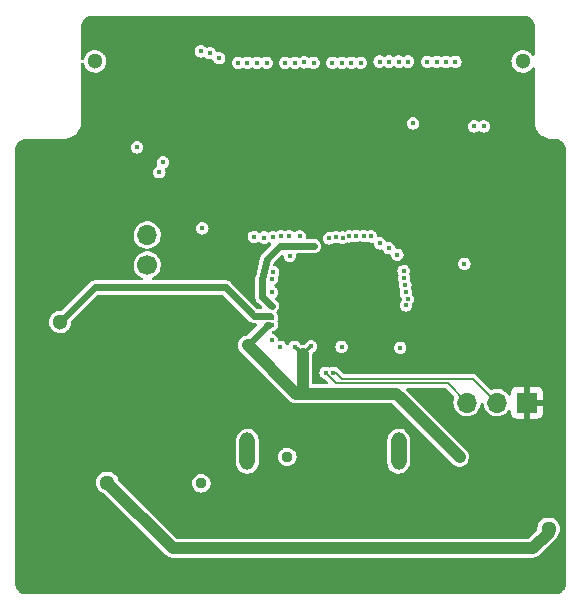
<source format=gbr>
%TF.GenerationSoftware,KiCad,Pcbnew,6.0.6-3a73a75311~116~ubuntu20.04.1*%
%TF.CreationDate,2022-07-23T10:23:23+07:00*%
%TF.ProjectId,CH569Board,43483536-3942-46f6-9172-642e6b696361,rev?*%
%TF.SameCoordinates,Original*%
%TF.FileFunction,Copper,L3,Inr*%
%TF.FilePolarity,Positive*%
%FSLAX46Y46*%
G04 Gerber Fmt 4.6, Leading zero omitted, Abs format (unit mm)*
G04 Created by KiCad (PCBNEW 6.0.6-3a73a75311~116~ubuntu20.04.1) date 2022-07-23 10:23:23*
%MOMM*%
%LPD*%
G01*
G04 APERTURE LIST*
%TA.AperFunction,ComponentPad*%
%ADD10C,1.300000*%
%TD*%
%TA.AperFunction,ComponentPad*%
%ADD11C,1.700000*%
%TD*%
%TA.AperFunction,ComponentPad*%
%ADD12O,1.700000X1.700000*%
%TD*%
%TA.AperFunction,ComponentPad*%
%ADD13R,1.700000X1.700000*%
%TD*%
%TA.AperFunction,ComponentPad*%
%ADD14O,1.300000X3.200000*%
%TD*%
%TA.AperFunction,ViaPad*%
%ADD15C,0.450000*%
%TD*%
%TA.AperFunction,ViaPad*%
%ADD16C,0.950000*%
%TD*%
%TA.AperFunction,ViaPad*%
%ADD17C,0.750000*%
%TD*%
%TA.AperFunction,ViaPad*%
%ADD18C,1.300000*%
%TD*%
%TA.AperFunction,Conductor*%
%ADD19C,0.600000*%
%TD*%
%TA.AperFunction,Conductor*%
%ADD20C,0.200000*%
%TD*%
%TA.AperFunction,Conductor*%
%ADD21C,1.000000*%
%TD*%
%TA.AperFunction,Conductor*%
%ADD22C,0.300000*%
%TD*%
%TA.AperFunction,Conductor*%
%ADD23C,0.205740*%
%TD*%
G04 APERTURE END LIST*
D10*
%TO.N,*%
%TO.C,CN1*%
X143710000Y-82390000D03*
X107510000Y-82390000D03*
%TD*%
D11*
%TO.N,/GXO+*%
%TO.C,J1*%
X111912400Y-99623800D03*
D12*
%TO.N,/GXO-*%
X111912400Y-97083800D03*
%TD*%
D13*
%TO.N,GND*%
%TO.C,J2*%
X144075000Y-111275000D03*
D12*
%TO.N,/RXD*%
X141535000Y-111275000D03*
%TO.N,/TXD*%
X138995000Y-111275000D03*
%TD*%
D14*
%TO.N,unconnected-(USB1-Pad10)*%
%TO.C,USB1*%
X120400000Y-115390007D03*
%TO.N,unconnected-(USB1-Pad11)*%
X133200000Y-115390007D03*
%TD*%
D15*
%TO.N,GND*%
X110520000Y-126730000D03*
X126810000Y-82460000D03*
D16*
X117023147Y-104516260D03*
D15*
X114525000Y-98175000D03*
X113500000Y-100125000D03*
D17*
X127711200Y-105521000D03*
D15*
X139225000Y-126475000D03*
X118170000Y-119510000D03*
X116240000Y-112310000D03*
D17*
X127711200Y-104454200D03*
D15*
X137850000Y-124975000D03*
X111610000Y-86845000D03*
D17*
X123444000Y-103362000D03*
D15*
X130820000Y-82450000D03*
X113680000Y-126720000D03*
X109540000Y-82520000D03*
X106850000Y-123600000D03*
X139827000Y-106553000D03*
D18*
X118790000Y-109750000D03*
D16*
X129780000Y-115940000D03*
D15*
X114071400Y-106629200D03*
D17*
X124510800Y-102295200D03*
D15*
X113325000Y-102750000D03*
X117620000Y-110660000D03*
D17*
X126644400Y-102320600D03*
D15*
X109474000Y-103886000D03*
X102320000Y-90180000D03*
X141986000Y-90678000D03*
X123750000Y-119540000D03*
X135330000Y-110590000D03*
D17*
X124510800Y-104428800D03*
X123444000Y-104428800D03*
D15*
X142990000Y-94170000D03*
X111125000Y-92575000D03*
X141986000Y-97663000D03*
D17*
X123444000Y-105495600D03*
D15*
X114800000Y-81680000D03*
D17*
X125577600Y-105495600D03*
D15*
X107797600Y-87934800D03*
X141953756Y-100853519D03*
X113893600Y-109067600D03*
X116230000Y-114580000D03*
D17*
X123444000Y-102295200D03*
D15*
X136220000Y-117640000D03*
X119608600Y-107289600D03*
D17*
X125848191Y-94020630D03*
D15*
X115544600Y-109702600D03*
X138810000Y-82390000D03*
X101370000Y-120690000D03*
X145650000Y-126450000D03*
D17*
X124510800Y-101203000D03*
D15*
X129840000Y-119470000D03*
X116190000Y-116320000D03*
X102220000Y-115860000D03*
X107670000Y-84820000D03*
X111610000Y-82500000D03*
X114935000Y-107492800D03*
X129413000Y-99568000D03*
D16*
X126820000Y-112680000D03*
D15*
X113360200Y-105816400D03*
D17*
X124510800Y-103362000D03*
X125577600Y-103362000D03*
D15*
X122810000Y-82450000D03*
X132440000Y-112320000D03*
D17*
X126644400Y-103387400D03*
X125577600Y-102295200D03*
X123444000Y-101203000D03*
D15*
X141986000Y-87376000D03*
X102250000Y-96690000D03*
X138176000Y-107950000D03*
X143040000Y-84800000D03*
D17*
X125577600Y-104428800D03*
D15*
X143040000Y-80040000D03*
X117023147Y-107893853D03*
D17*
X126644400Y-105521000D03*
D15*
X102270000Y-93470000D03*
D17*
X127711200Y-103387400D03*
D15*
X117398800Y-109677200D03*
X121080000Y-98060000D03*
X114500000Y-96075000D03*
X134810000Y-82380000D03*
X141986000Y-104394000D03*
D17*
X124510800Y-105495600D03*
D15*
X107610000Y-79950000D03*
D17*
X126644400Y-101228400D03*
X126644400Y-104454200D03*
D15*
X112180000Y-110660000D03*
X118810000Y-82490000D03*
D17*
X125577600Y-101203000D03*
X127711200Y-102320600D03*
X127711200Y-101228400D03*
D18*
%TO.N,+3V3*%
X104540000Y-104460000D03*
D15*
X123200000Y-106550000D03*
X122450000Y-106000000D03*
X122480000Y-104080000D03*
D18*
%TO.N,+5V*%
X108528000Y-118062000D03*
X145896800Y-121958000D03*
D15*
%TO.N,+1V2*%
X122500000Y-104680000D03*
X125790000Y-106510000D03*
X124400000Y-106560000D03*
D16*
X138360000Y-115910000D03*
D15*
%TO.N,/VIO*%
X126034800Y-98044000D03*
X122490000Y-103110000D03*
X128380000Y-106550000D03*
%TO.N,/SCLK*%
X116586000Y-96520000D03*
X116459000Y-81534000D03*
%TO.N,/CS*%
X111048800Y-89662000D03*
X122490000Y-101930000D03*
%TO.N,/HD2*%
X122460000Y-100810000D03*
X134420000Y-87640000D03*
%TO.N,/HD18*%
X132400000Y-82400000D03*
X131622800Y-97790000D03*
%TO.N,/HD17*%
X133225000Y-82400000D03*
X132384800Y-98196400D03*
%TO.N,/HD16*%
X133096000Y-98755200D03*
X134000000Y-82400000D03*
%TO.N,/HD15*%
X133637768Y-100128917D03*
X135625000Y-82425000D03*
%TO.N,/HD14*%
X133678099Y-100731164D03*
X136425000Y-82425000D03*
%TO.N,/HD13*%
X137225000Y-82425000D03*
X133775000Y-101325000D03*
%TO.N,/HD12*%
X138000000Y-82425000D03*
X133817712Y-101951384D03*
%TO.N,/HD11*%
X139598400Y-87884000D03*
X133993549Y-102500416D03*
%TO.N,/HD10*%
X140411200Y-87884000D03*
X133822478Y-103050952D03*
%TO.N,/HTRDY*%
X133340000Y-106640000D03*
X138770000Y-99520000D03*
%TO.N,/HD19*%
X131600000Y-82400000D03*
X130850000Y-97200000D03*
%TO.N,/HD20*%
X130250000Y-97175000D03*
X130000000Y-82500000D03*
%TO.N,/HD21*%
X129604047Y-97152549D03*
X129200000Y-82500000D03*
%TO.N,/HD23*%
X128462025Y-97301824D03*
X127600000Y-82500000D03*
%TO.N,/HD25*%
X125225000Y-82475000D03*
X127317823Y-97370467D03*
%TO.N,/HD27*%
X123950000Y-97200000D03*
X123600000Y-82500000D03*
%TO.N,/HD28*%
X123250000Y-97210000D03*
X122025000Y-82500000D03*
%TO.N,/LED1*%
X123991255Y-98830218D03*
X118010000Y-82120000D03*
X113260000Y-90930000D03*
%TO.N,/HD29*%
X122580000Y-97280000D03*
X121200000Y-82500000D03*
%TO.N,/LED2*%
X117220000Y-81690000D03*
X112945711Y-91770711D03*
X122580000Y-100220000D03*
%TO.N,/HD30*%
X121825000Y-97300000D03*
X120400000Y-82500000D03*
%TO.N,/HD31*%
X120950000Y-97250000D03*
X119600000Y-82500000D03*
%TO.N,/TXD*%
X127029324Y-108749973D03*
%TO.N,/RXD*%
X127680000Y-108760000D03*
D16*
%TO.N,/VBUS*%
X116500000Y-118120000D03*
X123780000Y-115870000D03*
D15*
%TO.N,/HD22*%
X129029532Y-97200378D03*
X128400000Y-82500000D03*
%TO.N,/HD24*%
X126000000Y-82500000D03*
X127886195Y-97273983D03*
%TO.N,/HD26*%
X124425000Y-82500000D03*
X124825000Y-97200000D03*
%TD*%
D19*
%TO.N,+3V3*%
X121000000Y-103950000D02*
X122290000Y-103950000D01*
X104540000Y-104460000D02*
X107470000Y-101530000D01*
X118580000Y-101530000D02*
X121000000Y-103950000D01*
D20*
X118620000Y-101530000D02*
X118580000Y-101530000D01*
X122480000Y-104080000D02*
X121200000Y-104110000D01*
D19*
X107470000Y-101530000D02*
X107510000Y-101530000D01*
D20*
X121200000Y-104110000D02*
X118620000Y-101530000D01*
D19*
X107510000Y-101530000D02*
X118580000Y-101530000D01*
D21*
%TO.N,+5V*%
X108528000Y-118062000D02*
X114062400Y-123596400D01*
X114062400Y-123596400D02*
X144576800Y-123596400D01*
X145896800Y-122276400D02*
X145896800Y-121958000D01*
X144576800Y-123596400D02*
X145896800Y-122276400D01*
%TO.N,+1V2*%
X125140000Y-110540000D02*
X125110000Y-110510000D01*
D20*
X122500000Y-104680000D02*
X122083497Y-104686503D01*
X121935000Y-104835000D02*
X120340000Y-106430000D01*
D21*
X138360000Y-115910000D02*
X133370000Y-110920000D01*
D19*
X121935000Y-104835000D02*
X122038489Y-104731511D01*
D22*
X125110000Y-107200000D02*
X125110000Y-107190000D01*
X124400000Y-106560000D02*
X124470000Y-106560000D01*
D21*
X133370000Y-110920000D02*
X133370000Y-110890000D01*
D22*
X124470000Y-106560000D02*
X125110000Y-107200000D01*
D19*
X120410000Y-106430000D02*
X120410000Y-106360000D01*
D21*
X133370000Y-110890000D02*
X133020000Y-110540000D01*
D22*
X125110000Y-107190000D02*
X125790000Y-106510000D01*
D21*
X133020000Y-110540000D02*
X125140000Y-110540000D01*
X125110000Y-110510000D02*
X124490000Y-110510000D01*
X125110000Y-110510000D02*
X125110000Y-107200000D01*
D20*
X122083497Y-104686503D02*
X121935000Y-104835000D01*
D19*
X120410000Y-106360000D02*
X121935000Y-104835000D01*
X122210134Y-104731511D02*
X122184311Y-104705688D01*
X122038489Y-104731511D02*
X122210134Y-104731511D01*
D21*
X120410000Y-106430000D02*
X124490000Y-110510000D01*
D19*
%TO.N,/VIO*%
X121666000Y-102362000D02*
X122490000Y-103110000D01*
X123156000Y-98044000D02*
X126034800Y-98044000D01*
X121666000Y-100838000D02*
X122080000Y-99120000D01*
X121666000Y-102362000D02*
X121666000Y-100838000D01*
X122080000Y-99120000D02*
X123156000Y-98044000D01*
D23*
%TO.N,/TXD*%
X127900000Y-109650000D02*
X137370000Y-109650000D01*
X127029324Y-108779324D02*
X127900000Y-109650000D01*
X137370000Y-109650000D02*
X138995000Y-111275000D01*
X127029324Y-108749973D02*
X127029324Y-108779324D01*
%TO.N,/RXD*%
X128425000Y-109275000D02*
X139535000Y-109275000D01*
X127680000Y-108760000D02*
X127910000Y-108760000D01*
X139535000Y-109275000D02*
X141535000Y-111275000D01*
X127910000Y-108760000D02*
X128425000Y-109275000D01*
%TD*%
%TA.AperFunction,Conductor*%
%TO.N,GND*%
G36*
X143812747Y-78519693D02*
G01*
X143816362Y-78520330D01*
X143817326Y-78520500D01*
X143828187Y-78522415D01*
X143839044Y-78520500D01*
X143849634Y-78520500D01*
X143861965Y-78521105D01*
X143991335Y-78533845D01*
X144015543Y-78538660D01*
X144160551Y-78582646D01*
X144183361Y-78592094D01*
X144316993Y-78663519D01*
X144337529Y-78677241D01*
X144454656Y-78773362D01*
X144472116Y-78790821D01*
X144568243Y-78907948D01*
X144581966Y-78928485D01*
X144653392Y-79062109D01*
X144662845Y-79084928D01*
X144670911Y-79111516D01*
X144706833Y-79229928D01*
X144711651Y-79254148D01*
X144724354Y-79383101D01*
X144724961Y-79395450D01*
X144724961Y-79406427D01*
X144723047Y-79417284D01*
X144724962Y-79428142D01*
X144725768Y-79432714D01*
X144727683Y-79454596D01*
X144727683Y-81780003D01*
X144707681Y-81848124D01*
X144654025Y-81894617D01*
X144583751Y-81904721D01*
X144519171Y-81875227D01*
X144504040Y-81859639D01*
X144391605Y-81721780D01*
X144391602Y-81721777D01*
X144387710Y-81717005D01*
X144382056Y-81712327D01*
X144315898Y-81657596D01*
X144244085Y-81598187D01*
X144080116Y-81509529D01*
X143991083Y-81481969D01*
X143907936Y-81456231D01*
X143907933Y-81456230D01*
X143902049Y-81454409D01*
X143895924Y-81453765D01*
X143895923Y-81453765D01*
X143722796Y-81435568D01*
X143722795Y-81435568D01*
X143716668Y-81434924D01*
X143638549Y-81442033D01*
X143537171Y-81451259D01*
X143537168Y-81451260D01*
X143531032Y-81451818D01*
X143525122Y-81453557D01*
X143525119Y-81453558D01*
X143358129Y-81502707D01*
X143352214Y-81504448D01*
X143187023Y-81590807D01*
X143041752Y-81707608D01*
X142921935Y-81850401D01*
X142918971Y-81855793D01*
X142918968Y-81855797D01*
X142860611Y-81961948D01*
X142832135Y-82013746D01*
X142830274Y-82019613D01*
X142830273Y-82019615D01*
X142777634Y-82185554D01*
X142775772Y-82191424D01*
X142754994Y-82376665D01*
X142755510Y-82382809D01*
X142767786Y-82528994D01*
X142770592Y-82562414D01*
X142772291Y-82568339D01*
X142800013Y-82665017D01*
X142821971Y-82741595D01*
X142824790Y-82747080D01*
X142891152Y-82876205D01*
X142907176Y-82907385D01*
X143022959Y-83053468D01*
X143164912Y-83174279D01*
X143327627Y-83265217D01*
X143504907Y-83322819D01*
X143689998Y-83344890D01*
X143696133Y-83344418D01*
X143696135Y-83344418D01*
X143869710Y-83331062D01*
X143869715Y-83331061D01*
X143875851Y-83330589D01*
X143881781Y-83328933D01*
X143881783Y-83328933D01*
X144049459Y-83282117D01*
X144049458Y-83282117D01*
X144055387Y-83280462D01*
X144221768Y-83196417D01*
X144246255Y-83177286D01*
X144363794Y-83085454D01*
X144363795Y-83085453D01*
X144368655Y-83081656D01*
X144490454Y-82940550D01*
X144493498Y-82935192D01*
X144497048Y-82930159D01*
X144498655Y-82931293D01*
X144543166Y-82888254D01*
X144612784Y-82874332D01*
X144678878Y-82900258D01*
X144720463Y-82957801D01*
X144727683Y-82999842D01*
X144727683Y-87406077D01*
X144725769Y-87427957D01*
X144723047Y-87443394D01*
X144724435Y-87451265D01*
X144739183Y-87657481D01*
X144784805Y-87867210D01*
X144786376Y-87871422D01*
X144845080Y-88028814D01*
X144859811Y-88068311D01*
X144861967Y-88072259D01*
X144861969Y-88072264D01*
X144960241Y-88252238D01*
X144962672Y-88256691D01*
X145027203Y-88342895D01*
X145080457Y-88414035D01*
X145091296Y-88428515D01*
X145243064Y-88580286D01*
X145246664Y-88582981D01*
X145246671Y-88582987D01*
X145367643Y-88673546D01*
X145414886Y-88708913D01*
X145603264Y-88811778D01*
X145607476Y-88813349D01*
X145607478Y-88813350D01*
X145800141Y-88885212D01*
X145804364Y-88886787D01*
X145808769Y-88887745D01*
X145808768Y-88887745D01*
X146009692Y-88931456D01*
X146009695Y-88931456D01*
X146014092Y-88932413D01*
X146220517Y-88947180D01*
X146228179Y-88948531D01*
X146243619Y-88945809D01*
X146265495Y-88943895D01*
X146450846Y-88943895D01*
X146472720Y-88945808D01*
X146488167Y-88948531D01*
X146499024Y-88946616D01*
X146509606Y-88946616D01*
X146521957Y-88947222D01*
X146651307Y-88959957D01*
X146675531Y-88964775D01*
X146748029Y-88986765D01*
X146820526Y-89008754D01*
X146843348Y-89018206D01*
X146976984Y-89089632D01*
X146997510Y-89103347D01*
X147114643Y-89199471D01*
X147132102Y-89216929D01*
X147228230Y-89334057D01*
X147241953Y-89354594D01*
X147313380Y-89488220D01*
X147322832Y-89511037D01*
X147366819Y-89656039D01*
X147371637Y-89680260D01*
X147384331Y-89809142D01*
X147383873Y-89821515D01*
X147384934Y-89821515D01*
X147384934Y-89832542D01*
X147383020Y-89843396D01*
X147384934Y-89854251D01*
X147385742Y-89858833D01*
X147387656Y-89880713D01*
X147387656Y-126528619D01*
X147385741Y-126550504D01*
X147383020Y-126565932D01*
X147384933Y-126576786D01*
X147384933Y-126587812D01*
X147384137Y-126587812D01*
X147384672Y-126600029D01*
X147377980Y-126676492D01*
X147374362Y-126717821D01*
X147370548Y-126739449D01*
X147333933Y-126876082D01*
X147326420Y-126896720D01*
X147296531Y-126960813D01*
X147277965Y-127000626D01*
X147266642Y-127024906D01*
X147255660Y-127043926D01*
X147174523Y-127159795D01*
X147160405Y-127176620D01*
X147060385Y-127276635D01*
X147043564Y-127290749D01*
X146927687Y-127371884D01*
X146908676Y-127382859D01*
X146780471Y-127442639D01*
X146759838Y-127450148D01*
X146691524Y-127468451D01*
X146623213Y-127486754D01*
X146601585Y-127490568D01*
X146556582Y-127494505D01*
X146483571Y-127500892D01*
X146471568Y-127500366D01*
X146471568Y-127501190D01*
X146460546Y-127501190D01*
X146449690Y-127499276D01*
X146434250Y-127501998D01*
X146412374Y-127503912D01*
X101704558Y-127503912D01*
X101682683Y-127501999D01*
X101667237Y-127499276D01*
X101656380Y-127501191D01*
X101645361Y-127501191D01*
X101645361Y-127500397D01*
X101633141Y-127500930D01*
X101515335Y-127490628D01*
X101493705Y-127486815D01*
X101357061Y-127450207D01*
X101336425Y-127442697D01*
X101208216Y-127382918D01*
X101189197Y-127371938D01*
X101073314Y-127290803D01*
X101056488Y-127276686D01*
X100956459Y-127176664D01*
X100942340Y-127159839D01*
X100861198Y-127043965D01*
X100850216Y-127024945D01*
X100790427Y-126896739D01*
X100782915Y-126876101D01*
X100746298Y-126739466D01*
X100742483Y-126717836D01*
X100732203Y-126600378D01*
X100732751Y-126587810D01*
X100732003Y-126587810D01*
X100732003Y-126576787D01*
X100733916Y-126565932D01*
X100731195Y-126550504D01*
X100729280Y-126528619D01*
X100729280Y-118048665D01*
X107572994Y-118048665D01*
X107573510Y-118054809D01*
X107580482Y-118137830D01*
X107588592Y-118234414D01*
X107590291Y-118240339D01*
X107604228Y-118288942D01*
X107639971Y-118413595D01*
X107725176Y-118579385D01*
X107840959Y-118725468D01*
X107982912Y-118846279D01*
X107988290Y-118849285D01*
X107988292Y-118849286D01*
X108051242Y-118884467D01*
X108145627Y-118937217D01*
X108302781Y-118988280D01*
X108352939Y-119019017D01*
X113489881Y-124155959D01*
X113490810Y-124156897D01*
X113553259Y-124220668D01*
X113559179Y-124224483D01*
X113559185Y-124224488D01*
X113589291Y-124243890D01*
X113599645Y-124251330D01*
X113633134Y-124278064D01*
X113639472Y-124281128D01*
X113639477Y-124281131D01*
X113662953Y-124292479D01*
X113676373Y-124300010D01*
X113698291Y-124314136D01*
X113698299Y-124314140D01*
X113704217Y-124317954D01*
X113710837Y-124320364D01*
X113710838Y-124320364D01*
X113744488Y-124332612D01*
X113756232Y-124337573D01*
X113788481Y-124353163D01*
X113788487Y-124353165D01*
X113794823Y-124356228D01*
X113801678Y-124357811D01*
X113801682Y-124357812D01*
X113827110Y-124363682D01*
X113841860Y-124368052D01*
X113866355Y-124376968D01*
X113866360Y-124376969D01*
X113872978Y-124379378D01*
X113915512Y-124384751D01*
X113928028Y-124386981D01*
X113969811Y-124396627D01*
X113976849Y-124396651D01*
X113976854Y-124396652D01*
X114009993Y-124396767D01*
X114010860Y-124396796D01*
X114011683Y-124396900D01*
X114047979Y-124396900D01*
X114048418Y-124396901D01*
X114145909Y-124397241D01*
X114145912Y-124397241D01*
X114149401Y-124397253D01*
X114150589Y-124396987D01*
X114152202Y-124396900D01*
X144567717Y-124396900D01*
X144569038Y-124396907D01*
X144658207Y-124397841D01*
X144700096Y-124388784D01*
X144712670Y-124386725D01*
X144730301Y-124384747D01*
X144748276Y-124382731D01*
X144748278Y-124382730D01*
X144755272Y-124381946D01*
X144786559Y-124371050D01*
X144801364Y-124366889D01*
X144826861Y-124361377D01*
X144826864Y-124361376D01*
X144833742Y-124359889D01*
X144872599Y-124341770D01*
X144884382Y-124336986D01*
X144924873Y-124322885D01*
X144952967Y-124305330D01*
X144966482Y-124297992D01*
X144996507Y-124283991D01*
X145030367Y-124257726D01*
X145040824Y-124250431D01*
X145071200Y-124231450D01*
X145071203Y-124231448D01*
X145077175Y-124227716D01*
X145082173Y-124222753D01*
X145105693Y-124199397D01*
X145106315Y-124198815D01*
X145106977Y-124198301D01*
X145132837Y-124172441D01*
X145204607Y-124101170D01*
X145205259Y-124100143D01*
X145206343Y-124098935D01*
X146456359Y-122848919D01*
X146457297Y-122847990D01*
X146457568Y-122847725D01*
X146521068Y-122785541D01*
X146524883Y-122779621D01*
X146524888Y-122779615D01*
X146544290Y-122749509D01*
X146551730Y-122739155D01*
X146574067Y-122711174D01*
X146578464Y-122705666D01*
X146592882Y-122675841D01*
X146600411Y-122662425D01*
X146614535Y-122640509D01*
X146618354Y-122634583D01*
X146633013Y-122594309D01*
X146637972Y-122582569D01*
X146653563Y-122550316D01*
X146656627Y-122543978D01*
X146656716Y-122543594D01*
X146670128Y-122517608D01*
X146673226Y-122513217D01*
X146677254Y-122508550D01*
X146769326Y-122346474D01*
X146828164Y-122169601D01*
X146851527Y-121984668D01*
X146851899Y-121958000D01*
X146833709Y-121772487D01*
X146831928Y-121766588D01*
X146831927Y-121766583D01*
X146781614Y-121599939D01*
X146779833Y-121594040D01*
X146692322Y-121429456D01*
X146688432Y-121424686D01*
X146688429Y-121424682D01*
X146578405Y-121289780D01*
X146578402Y-121289777D01*
X146574510Y-121285005D01*
X146568856Y-121280327D01*
X146435634Y-121170116D01*
X146430885Y-121166187D01*
X146266916Y-121077529D01*
X146177882Y-121049969D01*
X146094736Y-121024231D01*
X146094733Y-121024230D01*
X146088849Y-121022409D01*
X146082724Y-121021765D01*
X146082723Y-121021765D01*
X145909596Y-121003568D01*
X145909595Y-121003568D01*
X145903468Y-121002924D01*
X145825349Y-121010033D01*
X145723971Y-121019259D01*
X145723968Y-121019260D01*
X145717832Y-121019818D01*
X145711922Y-121021557D01*
X145711919Y-121021558D01*
X145544929Y-121070707D01*
X145539014Y-121072448D01*
X145373823Y-121158807D01*
X145228552Y-121275608D01*
X145108735Y-121418401D01*
X145105771Y-121423793D01*
X145105768Y-121423797D01*
X145031056Y-121559699D01*
X145018935Y-121581746D01*
X144962572Y-121759424D01*
X144941794Y-121944665D01*
X144942310Y-121950809D01*
X144948881Y-122029066D01*
X144934649Y-122098622D01*
X144912418Y-122128704D01*
X144282127Y-122758995D01*
X144219815Y-122793021D01*
X144193032Y-122795900D01*
X114446168Y-122795900D01*
X114378047Y-122775898D01*
X114357073Y-122758995D01*
X109707182Y-118109104D01*
X115719669Y-118109104D01*
X115736647Y-118282256D01*
X115791564Y-118447343D01*
X115795211Y-118453365D01*
X115795212Y-118453367D01*
X115874455Y-118584212D01*
X115881692Y-118596162D01*
X116002550Y-118721314D01*
X116148132Y-118816580D01*
X116211355Y-118840093D01*
X116304600Y-118874771D01*
X116304602Y-118874772D01*
X116311202Y-118877226D01*
X116318180Y-118878157D01*
X116318184Y-118878158D01*
X116386420Y-118887262D01*
X116483656Y-118900236D01*
X116490667Y-118899598D01*
X116490671Y-118899598D01*
X116627507Y-118887144D01*
X116656923Y-118884467D01*
X116663623Y-118882290D01*
X116663628Y-118882289D01*
X116815691Y-118832881D01*
X116815694Y-118832880D01*
X116822390Y-118830704D01*
X116971833Y-118741618D01*
X117097826Y-118621636D01*
X117111387Y-118601226D01*
X117190212Y-118482584D01*
X117194107Y-118476722D01*
X117255889Y-118314079D01*
X117280103Y-118141790D01*
X117280407Y-118120000D01*
X117261013Y-117947102D01*
X117203796Y-117782797D01*
X117111600Y-117635252D01*
X117098274Y-117621832D01*
X117010512Y-117533456D01*
X116989006Y-117511799D01*
X116978342Y-117505031D01*
X116932076Y-117475670D01*
X116842108Y-117418575D01*
X116721840Y-117375749D01*
X116684841Y-117362574D01*
X116684839Y-117362573D01*
X116678207Y-117360212D01*
X116671221Y-117359379D01*
X116671217Y-117359378D01*
X116548107Y-117344699D01*
X116505448Y-117339612D01*
X116498445Y-117340348D01*
X116498444Y-117340348D01*
X116452109Y-117345218D01*
X116332419Y-117357798D01*
X116325753Y-117360067D01*
X116325750Y-117360068D01*
X116174386Y-117411597D01*
X116174383Y-117411598D01*
X116167719Y-117413867D01*
X116019533Y-117505031D01*
X115895228Y-117626760D01*
X115800980Y-117773004D01*
X115798569Y-117779627D01*
X115798568Y-117779630D01*
X115743885Y-117929870D01*
X115743884Y-117929875D01*
X115741475Y-117936493D01*
X115719669Y-118109104D01*
X109707182Y-118109104D01*
X109483113Y-117885035D01*
X109451586Y-117832358D01*
X109412814Y-117703939D01*
X109411033Y-117698040D01*
X109323522Y-117533456D01*
X109319632Y-117528686D01*
X109319629Y-117528682D01*
X109209605Y-117393780D01*
X109209602Y-117393777D01*
X109205710Y-117389005D01*
X109200056Y-117384327D01*
X109133898Y-117329596D01*
X109062085Y-117270187D01*
X108898116Y-117181529D01*
X108806127Y-117153054D01*
X108725936Y-117128231D01*
X108725933Y-117128230D01*
X108720049Y-117126409D01*
X108713924Y-117125765D01*
X108713923Y-117125765D01*
X108540796Y-117107568D01*
X108540795Y-117107568D01*
X108534668Y-117106924D01*
X108456549Y-117114033D01*
X108355171Y-117123259D01*
X108355168Y-117123260D01*
X108349032Y-117123818D01*
X108343122Y-117125557D01*
X108343119Y-117125558D01*
X108249698Y-117153054D01*
X108170214Y-117176448D01*
X108005023Y-117262807D01*
X107859752Y-117379608D01*
X107739935Y-117522401D01*
X107736971Y-117527793D01*
X107736968Y-117527797D01*
X107685272Y-117621832D01*
X107650135Y-117685746D01*
X107648274Y-117691613D01*
X107648273Y-117691615D01*
X107620353Y-117779630D01*
X107593772Y-117863424D01*
X107572994Y-118048665D01*
X100729280Y-118048665D01*
X100729280Y-116388266D01*
X119449500Y-116388266D01*
X119464112Y-116532117D01*
X119521856Y-116716380D01*
X119615472Y-116885268D01*
X119741136Y-117031882D01*
X119746178Y-117035793D01*
X119746179Y-117035794D01*
X119888665Y-117146318D01*
X119888668Y-117146320D01*
X119893714Y-117150234D01*
X120066974Y-117235488D01*
X120073144Y-117237095D01*
X120073149Y-117237097D01*
X120247655Y-117282552D01*
X120247658Y-117282552D01*
X120253837Y-117284162D01*
X120337203Y-117288531D01*
X120440290Y-117293934D01*
X120440294Y-117293934D01*
X120446671Y-117294268D01*
X120637599Y-117265393D01*
X120652385Y-117259953D01*
X120812832Y-117200921D01*
X120812836Y-117200919D01*
X120818821Y-117198717D01*
X120982934Y-117096962D01*
X121123235Y-116964286D01*
X121233991Y-116806109D01*
X121310680Y-116628892D01*
X121329625Y-116538208D01*
X121349177Y-116444619D01*
X121349177Y-116444615D01*
X121350168Y-116439874D01*
X121350500Y-116433539D01*
X121350500Y-115859104D01*
X122999669Y-115859104D01*
X123016647Y-116032256D01*
X123071564Y-116197343D01*
X123075211Y-116203365D01*
X123075212Y-116203367D01*
X123092907Y-116232584D01*
X123161692Y-116346162D01*
X123282550Y-116471314D01*
X123428132Y-116566580D01*
X123483765Y-116587270D01*
X123584600Y-116624771D01*
X123584602Y-116624772D01*
X123591202Y-116627226D01*
X123598180Y-116628157D01*
X123598184Y-116628158D01*
X123666420Y-116637262D01*
X123763656Y-116650236D01*
X123770667Y-116649598D01*
X123770671Y-116649598D01*
X123907507Y-116637144D01*
X123936923Y-116634467D01*
X123943623Y-116632290D01*
X123943628Y-116632289D01*
X124095691Y-116582881D01*
X124095694Y-116582880D01*
X124102390Y-116580704D01*
X124251833Y-116491618D01*
X124360363Y-116388266D01*
X132249500Y-116388266D01*
X132264112Y-116532117D01*
X132321856Y-116716380D01*
X132415472Y-116885268D01*
X132541136Y-117031882D01*
X132546178Y-117035793D01*
X132546179Y-117035794D01*
X132688665Y-117146318D01*
X132688668Y-117146320D01*
X132693714Y-117150234D01*
X132866974Y-117235488D01*
X132873144Y-117237095D01*
X132873149Y-117237097D01*
X133047655Y-117282552D01*
X133047658Y-117282552D01*
X133053837Y-117284162D01*
X133137203Y-117288531D01*
X133240290Y-117293934D01*
X133240294Y-117293934D01*
X133246671Y-117294268D01*
X133437599Y-117265393D01*
X133452385Y-117259953D01*
X133612832Y-117200921D01*
X133612836Y-117200919D01*
X133618821Y-117198717D01*
X133782934Y-117096962D01*
X133923235Y-116964286D01*
X134033991Y-116806109D01*
X134110680Y-116628892D01*
X134129625Y-116538208D01*
X134149177Y-116444619D01*
X134149177Y-116444615D01*
X134150168Y-116439874D01*
X134150500Y-116433539D01*
X134150500Y-114391748D01*
X134135888Y-114247897D01*
X134078144Y-114063634D01*
X133984528Y-113894746D01*
X133858864Y-113748132D01*
X133770627Y-113679688D01*
X133711335Y-113633696D01*
X133711332Y-113633694D01*
X133706286Y-113629780D01*
X133533026Y-113544526D01*
X133526856Y-113542919D01*
X133526851Y-113542917D01*
X133352345Y-113497462D01*
X133352342Y-113497462D01*
X133346163Y-113495852D01*
X133262797Y-113491483D01*
X133159710Y-113486080D01*
X133159706Y-113486080D01*
X133153329Y-113485746D01*
X132962401Y-113514621D01*
X132956406Y-113516827D01*
X132956405Y-113516827D01*
X132787168Y-113579093D01*
X132787164Y-113579095D01*
X132781179Y-113581297D01*
X132617066Y-113683052D01*
X132476765Y-113815728D01*
X132366009Y-113973905D01*
X132289320Y-114151122D01*
X132288015Y-114157369D01*
X132269103Y-114247897D01*
X132249832Y-114340140D01*
X132249500Y-114346475D01*
X132249500Y-116388266D01*
X124360363Y-116388266D01*
X124377826Y-116371636D01*
X124391387Y-116351226D01*
X124470212Y-116232584D01*
X124474107Y-116226722D01*
X124535889Y-116064079D01*
X124560103Y-115891790D01*
X124560407Y-115870000D01*
X124541013Y-115697102D01*
X124483796Y-115532797D01*
X124391600Y-115385252D01*
X124378274Y-115371832D01*
X124273968Y-115266796D01*
X124269006Y-115261799D01*
X124258342Y-115255031D01*
X124212076Y-115225670D01*
X124122108Y-115168575D01*
X124020015Y-115132221D01*
X123964841Y-115112574D01*
X123964839Y-115112573D01*
X123958207Y-115110212D01*
X123951221Y-115109379D01*
X123951217Y-115109378D01*
X123828107Y-115094699D01*
X123785448Y-115089612D01*
X123778445Y-115090348D01*
X123778444Y-115090348D01*
X123732109Y-115095218D01*
X123612419Y-115107798D01*
X123605753Y-115110067D01*
X123605750Y-115110068D01*
X123454386Y-115161597D01*
X123454383Y-115161598D01*
X123447719Y-115163867D01*
X123299533Y-115255031D01*
X123175228Y-115376760D01*
X123080980Y-115523004D01*
X123078569Y-115529627D01*
X123078568Y-115529630D01*
X123023885Y-115679870D01*
X123023884Y-115679875D01*
X123021475Y-115686493D01*
X122999669Y-115859104D01*
X121350500Y-115859104D01*
X121350500Y-114391748D01*
X121335888Y-114247897D01*
X121278144Y-114063634D01*
X121184528Y-113894746D01*
X121058864Y-113748132D01*
X120970627Y-113679688D01*
X120911335Y-113633696D01*
X120911332Y-113633694D01*
X120906286Y-113629780D01*
X120733026Y-113544526D01*
X120726856Y-113542919D01*
X120726851Y-113542917D01*
X120552345Y-113497462D01*
X120552342Y-113497462D01*
X120546163Y-113495852D01*
X120462797Y-113491483D01*
X120359710Y-113486080D01*
X120359706Y-113486080D01*
X120353329Y-113485746D01*
X120162401Y-113514621D01*
X120156406Y-113516827D01*
X120156405Y-113516827D01*
X119987168Y-113579093D01*
X119987164Y-113579095D01*
X119981179Y-113581297D01*
X119817066Y-113683052D01*
X119676765Y-113815728D01*
X119566009Y-113973905D01*
X119489320Y-114151122D01*
X119488015Y-114157369D01*
X119469103Y-114247897D01*
X119449832Y-114340140D01*
X119449500Y-114346475D01*
X119449500Y-116388266D01*
X100729280Y-116388266D01*
X100729280Y-104446665D01*
X103584994Y-104446665D01*
X103585510Y-104452809D01*
X103599899Y-104624158D01*
X103600592Y-104632414D01*
X103602291Y-104638339D01*
X103638781Y-104765595D01*
X103651971Y-104811595D01*
X103737176Y-104977385D01*
X103852959Y-105123468D01*
X103994912Y-105244279D01*
X104000290Y-105247285D01*
X104000292Y-105247286D01*
X104034523Y-105266417D01*
X104157627Y-105335217D01*
X104334907Y-105392819D01*
X104519998Y-105414890D01*
X104526133Y-105414418D01*
X104526135Y-105414418D01*
X104699710Y-105401062D01*
X104699715Y-105401061D01*
X104705851Y-105400589D01*
X104711781Y-105398933D01*
X104711783Y-105398933D01*
X104879459Y-105352117D01*
X104879458Y-105352117D01*
X104885387Y-105350462D01*
X105051768Y-105266417D01*
X105076255Y-105247286D01*
X105193794Y-105155454D01*
X105193795Y-105155453D01*
X105198655Y-105151656D01*
X105320454Y-105010550D01*
X105412526Y-104848474D01*
X105471364Y-104671601D01*
X105484136Y-104570502D01*
X105494285Y-104490170D01*
X105494286Y-104490163D01*
X105494727Y-104486668D01*
X105495099Y-104460000D01*
X105491458Y-104422862D01*
X105504718Y-104353115D01*
X105527762Y-104321473D01*
X107681830Y-102167405D01*
X107744142Y-102133379D01*
X107770925Y-102130500D01*
X118279075Y-102130500D01*
X118347196Y-102150502D01*
X118368170Y-102167405D01*
X120541703Y-104340938D01*
X120552570Y-104353328D01*
X120571718Y-104378282D01*
X120578264Y-104383305D01*
X120626931Y-104420648D01*
X120656771Y-104443545D01*
X120697159Y-104474536D01*
X120843238Y-104535044D01*
X121000000Y-104555682D01*
X121008188Y-104554604D01*
X121031173Y-104551578D01*
X121047619Y-104550500D01*
X121066075Y-104550500D01*
X121134196Y-104570502D01*
X121180689Y-104624158D01*
X121190793Y-104694432D01*
X121161299Y-104759012D01*
X121155170Y-104765595D01*
X120308469Y-105612296D01*
X120246861Y-105646166D01*
X120147733Y-105668324D01*
X119985503Y-105745357D01*
X119979967Y-105749713D01*
X119979966Y-105749714D01*
X119849910Y-105852057D01*
X119849908Y-105852059D01*
X119844370Y-105856417D01*
X119839934Y-105861895D01*
X119839932Y-105861897D01*
X119821768Y-105884328D01*
X119731350Y-105995985D01*
X119728237Y-106002311D01*
X119728236Y-106002313D01*
X119658117Y-106144814D01*
X119652059Y-106157125D01*
X119650427Y-106163974D01*
X119650427Y-106163975D01*
X119645180Y-106186002D01*
X119610440Y-106331826D01*
X119610366Y-106338869D01*
X119610366Y-106338871D01*
X119610056Y-106368513D01*
X119608559Y-106511407D01*
X119646511Y-106686942D01*
X119722409Y-106849707D01*
X119808099Y-106960177D01*
X123917481Y-111069559D01*
X123918410Y-111070497D01*
X123980859Y-111134268D01*
X124016904Y-111157498D01*
X124027229Y-111164917D01*
X124060734Y-111191663D01*
X124067074Y-111194728D01*
X124090553Y-111206079D01*
X124103964Y-111213605D01*
X124125893Y-111227737D01*
X124125898Y-111227739D01*
X124131817Y-111231554D01*
X124172099Y-111246216D01*
X124183829Y-111251170D01*
X124222422Y-111269827D01*
X124229283Y-111271411D01*
X124229286Y-111271412D01*
X124254700Y-111277279D01*
X124269444Y-111281646D01*
X124300578Y-111292978D01*
X124343120Y-111298352D01*
X124355636Y-111300582D01*
X124397410Y-111310226D01*
X124404451Y-111310251D01*
X124404454Y-111310251D01*
X124437582Y-111310367D01*
X124438455Y-111310396D01*
X124439283Y-111310500D01*
X124475737Y-111310500D01*
X124476177Y-111310501D01*
X124573507Y-111310841D01*
X124573510Y-111310841D01*
X124577000Y-111310853D01*
X124578188Y-111310587D01*
X124579800Y-111310500D01*
X124894078Y-111310500D01*
X124937172Y-111318099D01*
X124943956Y-111320568D01*
X124943958Y-111320568D01*
X124950578Y-111322978D01*
X124993120Y-111328352D01*
X125005636Y-111330582D01*
X125047410Y-111340226D01*
X125054451Y-111340251D01*
X125054454Y-111340251D01*
X125087582Y-111340367D01*
X125088455Y-111340396D01*
X125089283Y-111340500D01*
X125125737Y-111340500D01*
X125126177Y-111340501D01*
X125223507Y-111340841D01*
X125223510Y-111340841D01*
X125227000Y-111340853D01*
X125228188Y-111340587D01*
X125229800Y-111340500D01*
X132618929Y-111340500D01*
X132687050Y-111360502D01*
X132725783Y-111399729D01*
X132738684Y-111420375D01*
X132743646Y-111425372D01*
X132743647Y-111425373D01*
X132767003Y-111448893D01*
X132767585Y-111449515D01*
X132768099Y-111450177D01*
X132793959Y-111476037D01*
X132865230Y-111547807D01*
X132866257Y-111548459D01*
X132867465Y-111549543D01*
X137825891Y-116507969D01*
X137828634Y-116510158D01*
X137828641Y-116510165D01*
X137894481Y-116562724D01*
X137930734Y-116591664D01*
X137937072Y-116594728D01*
X137937077Y-116594731D01*
X138043561Y-116646207D01*
X138092423Y-116669827D01*
X138099291Y-116671413D01*
X138099295Y-116671414D01*
X138260541Y-116708641D01*
X138267411Y-116710227D01*
X138274456Y-116710252D01*
X138274460Y-116710252D01*
X138354922Y-116710532D01*
X138447001Y-116710853D01*
X138453867Y-116709318D01*
X138453870Y-116709318D01*
X138568261Y-116683748D01*
X138622267Y-116671677D01*
X138784498Y-116594644D01*
X138802213Y-116580704D01*
X138872023Y-116525768D01*
X138925630Y-116483583D01*
X139038650Y-116344015D01*
X139041764Y-116337687D01*
X139114831Y-116189197D01*
X139114832Y-116189194D01*
X139117941Y-116182876D01*
X139159561Y-116008174D01*
X139161441Y-115828593D01*
X139123490Y-115653058D01*
X139064624Y-115526820D01*
X139050568Y-115496677D01*
X139050568Y-115496676D01*
X139047591Y-115490293D01*
X138961902Y-115379824D01*
X134074034Y-110491956D01*
X134058471Y-110472180D01*
X134057591Y-110470293D01*
X134031322Y-110436427D01*
X134024037Y-110425986D01*
X134001316Y-110389625D01*
X133972976Y-110361087D01*
X133972416Y-110360488D01*
X133971901Y-110359824D01*
X133946175Y-110334098D01*
X133880690Y-110268154D01*
X133846883Y-110205723D01*
X133852195Y-110134925D01*
X133894940Y-110078239D01*
X133961546Y-110053660D01*
X133970096Y-110053370D01*
X137150729Y-110053370D01*
X137218850Y-110073372D01*
X137239824Y-110090275D01*
X137886722Y-110737173D01*
X137920748Y-110799485D01*
X137917960Y-110863632D01*
X137917071Y-110866496D01*
X137864820Y-111034773D01*
X137839967Y-111244754D01*
X137853796Y-111455749D01*
X137855217Y-111461345D01*
X137855218Y-111461350D01*
X137876548Y-111545334D01*
X137905845Y-111660690D01*
X137994369Y-111852714D01*
X138116405Y-112025391D01*
X138267865Y-112172937D01*
X138272661Y-112176142D01*
X138272664Y-112176144D01*
X138372129Y-112242604D01*
X138443677Y-112290411D01*
X138448985Y-112292692D01*
X138448986Y-112292692D01*
X138632650Y-112371600D01*
X138632653Y-112371601D01*
X138637953Y-112373878D01*
X138643582Y-112375152D01*
X138643583Y-112375152D01*
X138838550Y-112419269D01*
X138838553Y-112419269D01*
X138844186Y-112420544D01*
X138849957Y-112420771D01*
X138849959Y-112420771D01*
X138911989Y-112423208D01*
X139055470Y-112428846D01*
X139061179Y-112428018D01*
X139061183Y-112428018D01*
X139259015Y-112399333D01*
X139259019Y-112399332D01*
X139264730Y-112398504D01*
X139369163Y-112363054D01*
X139459483Y-112332395D01*
X139459488Y-112332393D01*
X139464955Y-112330537D01*
X139469998Y-112327713D01*
X139644395Y-112230046D01*
X139644399Y-112230043D01*
X139649442Y-112227219D01*
X139812012Y-112092012D01*
X139947219Y-111929442D01*
X139950043Y-111924399D01*
X139950046Y-111924395D01*
X140047713Y-111749998D01*
X140047714Y-111749996D01*
X140050537Y-111744955D01*
X140052393Y-111739488D01*
X140052395Y-111739483D01*
X140116647Y-111550200D01*
X140118504Y-111544730D01*
X140119333Y-111539015D01*
X140140090Y-111395860D01*
X140169660Y-111331315D01*
X140229432Y-111293003D01*
X140300429Y-111293087D01*
X140360109Y-111331542D01*
X140389525Y-111396158D01*
X140390515Y-111405695D01*
X140393796Y-111455749D01*
X140395217Y-111461345D01*
X140395218Y-111461350D01*
X140416548Y-111545334D01*
X140445845Y-111660690D01*
X140534369Y-111852714D01*
X140656405Y-112025391D01*
X140807865Y-112172937D01*
X140812661Y-112176142D01*
X140812664Y-112176144D01*
X140912129Y-112242604D01*
X140983677Y-112290411D01*
X140988985Y-112292692D01*
X140988986Y-112292692D01*
X141172650Y-112371600D01*
X141172653Y-112371601D01*
X141177953Y-112373878D01*
X141183582Y-112375152D01*
X141183583Y-112375152D01*
X141378550Y-112419269D01*
X141378553Y-112419269D01*
X141384186Y-112420544D01*
X141389957Y-112420771D01*
X141389959Y-112420771D01*
X141451989Y-112423208D01*
X141595470Y-112428846D01*
X141601179Y-112428018D01*
X141601183Y-112428018D01*
X141799015Y-112399333D01*
X141799019Y-112399332D01*
X141804730Y-112398504D01*
X141909163Y-112363054D01*
X141999483Y-112332395D01*
X141999488Y-112332393D01*
X142004955Y-112330537D01*
X142009998Y-112327713D01*
X142184395Y-112230046D01*
X142184399Y-112230043D01*
X142189442Y-112227219D01*
X142352012Y-112092012D01*
X142359855Y-112082581D01*
X142483526Y-111933883D01*
X142483528Y-111933879D01*
X142487219Y-111929442D01*
X142488141Y-111927795D01*
X142542230Y-111883782D01*
X142612783Y-111875857D01*
X142676421Y-111907334D01*
X142712938Y-111968220D01*
X142717001Y-111999960D01*
X142717001Y-112169669D01*
X142717371Y-112176490D01*
X142722895Y-112227352D01*
X142726521Y-112242604D01*
X142771676Y-112363054D01*
X142780214Y-112378649D01*
X142856715Y-112480724D01*
X142869276Y-112493285D01*
X142971351Y-112569786D01*
X142986946Y-112578324D01*
X143107394Y-112623478D01*
X143122649Y-112627105D01*
X143173514Y-112632631D01*
X143180328Y-112633000D01*
X143802885Y-112633000D01*
X143818124Y-112628525D01*
X143819329Y-112627135D01*
X143821000Y-112619452D01*
X143821000Y-112614884D01*
X144329000Y-112614884D01*
X144333475Y-112630123D01*
X144334865Y-112631328D01*
X144342548Y-112632999D01*
X144969669Y-112632999D01*
X144976490Y-112632629D01*
X145027352Y-112627105D01*
X145042604Y-112623479D01*
X145163054Y-112578324D01*
X145178649Y-112569786D01*
X145280724Y-112493285D01*
X145293285Y-112480724D01*
X145369786Y-112378649D01*
X145378324Y-112363054D01*
X145423478Y-112242606D01*
X145427105Y-112227351D01*
X145432631Y-112176486D01*
X145433000Y-112169672D01*
X145433000Y-111547115D01*
X145428525Y-111531876D01*
X145427135Y-111530671D01*
X145419452Y-111529000D01*
X144347115Y-111529000D01*
X144331876Y-111533475D01*
X144330671Y-111534865D01*
X144329000Y-111542548D01*
X144329000Y-112614884D01*
X143821000Y-112614884D01*
X143821000Y-111002885D01*
X144329000Y-111002885D01*
X144333475Y-111018124D01*
X144334865Y-111019329D01*
X144342548Y-111021000D01*
X145414884Y-111021000D01*
X145430123Y-111016525D01*
X145431328Y-111015135D01*
X145432999Y-111007452D01*
X145432999Y-110380331D01*
X145432629Y-110373510D01*
X145427105Y-110322648D01*
X145423479Y-110307396D01*
X145378324Y-110186946D01*
X145369786Y-110171351D01*
X145293285Y-110069276D01*
X145280724Y-110056715D01*
X145178649Y-109980214D01*
X145163054Y-109971676D01*
X145042606Y-109926522D01*
X145027351Y-109922895D01*
X144976486Y-109917369D01*
X144969672Y-109917000D01*
X144347115Y-109917000D01*
X144331876Y-109921475D01*
X144330671Y-109922865D01*
X144329000Y-109930548D01*
X144329000Y-111002885D01*
X143821000Y-111002885D01*
X143821000Y-109935116D01*
X143816525Y-109919877D01*
X143815135Y-109918672D01*
X143807452Y-109917001D01*
X143180331Y-109917001D01*
X143173510Y-109917371D01*
X143122648Y-109922895D01*
X143107396Y-109926521D01*
X142986946Y-109971676D01*
X142971351Y-109980214D01*
X142869276Y-110056715D01*
X142856715Y-110069276D01*
X142780214Y-110171351D01*
X142771676Y-110186946D01*
X142726522Y-110307394D01*
X142722895Y-110322649D01*
X142717369Y-110373514D01*
X142717000Y-110380328D01*
X142717000Y-110555561D01*
X142696998Y-110623682D01*
X142643342Y-110670175D01*
X142573068Y-110680279D01*
X142508488Y-110650785D01*
X142490042Y-110630950D01*
X142397104Y-110506491D01*
X142397103Y-110506490D01*
X142393651Y-110501867D01*
X142272228Y-110389625D01*
X142242622Y-110362257D01*
X142242620Y-110362255D01*
X142238381Y-110358337D01*
X142059554Y-110245505D01*
X141863160Y-110167152D01*
X141857503Y-110166027D01*
X141857497Y-110166025D01*
X141661442Y-110127028D01*
X141661440Y-110127028D01*
X141655775Y-110125901D01*
X141650000Y-110125825D01*
X141649996Y-110125825D01*
X141543976Y-110124437D01*
X141444346Y-110123133D01*
X141438649Y-110124112D01*
X141438648Y-110124112D01*
X141241650Y-110157962D01*
X141241649Y-110157962D01*
X141235953Y-110158941D01*
X141131511Y-110197472D01*
X141060679Y-110202284D01*
X140998806Y-110168355D01*
X139775050Y-108944599D01*
X139755253Y-108934512D01*
X139738395Y-108924181D01*
X139728435Y-108916944D01*
X139728429Y-108916941D01*
X139720409Y-108911114D01*
X139710978Y-108908050D01*
X139710975Y-108908048D01*
X139699265Y-108904243D01*
X139681004Y-108896679D01*
X139670039Y-108891092D01*
X139670036Y-108891091D01*
X139661202Y-108886590D01*
X139651411Y-108885039D01*
X139651410Y-108885039D01*
X139645329Y-108884076D01*
X139639247Y-108883113D01*
X139620024Y-108878497D01*
X139608324Y-108874696D01*
X139608325Y-108874696D01*
X139598888Y-108871630D01*
X128644271Y-108871630D01*
X128576150Y-108851628D01*
X128555176Y-108834725D01*
X128150050Y-108429599D01*
X128130253Y-108419512D01*
X128113395Y-108409181D01*
X128103435Y-108401944D01*
X128103429Y-108401941D01*
X128095409Y-108396114D01*
X128074270Y-108389245D01*
X128056003Y-108381679D01*
X128049020Y-108378121D01*
X128029518Y-108365816D01*
X127951568Y-108306002D01*
X127945018Y-108300976D01*
X127920810Y-108290949D01*
X127824811Y-108251185D01*
X127824807Y-108251184D01*
X127817183Y-108248026D01*
X127809003Y-108246949D01*
X127808999Y-108246948D01*
X127688188Y-108231043D01*
X127680000Y-108229965D01*
X127542817Y-108248026D01*
X127414983Y-108300976D01*
X127414020Y-108298651D01*
X127357352Y-108312398D01*
X127300567Y-108295726D01*
X127294342Y-108290949D01*
X127286711Y-108287788D01*
X127286709Y-108287787D01*
X127174135Y-108241158D01*
X127174131Y-108241157D01*
X127166507Y-108237999D01*
X127158327Y-108236922D01*
X127158323Y-108236921D01*
X127037512Y-108221016D01*
X127029324Y-108219938D01*
X126892141Y-108237999D01*
X126764307Y-108290949D01*
X126654533Y-108375182D01*
X126570300Y-108484956D01*
X126517350Y-108612790D01*
X126499289Y-108749973D01*
X126517350Y-108887156D01*
X126570300Y-109014990D01*
X126612417Y-109069877D01*
X126649504Y-109118211D01*
X126649507Y-109118214D01*
X126654533Y-109124764D01*
X126764306Y-109208997D01*
X126771935Y-109212157D01*
X126884513Y-109258788D01*
X126884517Y-109258789D01*
X126892141Y-109261947D01*
X126900323Y-109263024D01*
X126900326Y-109263025D01*
X126906572Y-109263847D01*
X126971500Y-109292569D01*
X126979223Y-109299674D01*
X127203953Y-109524405D01*
X127237978Y-109586717D01*
X127232913Y-109657533D01*
X127190366Y-109714368D01*
X127123845Y-109739179D01*
X127114857Y-109739500D01*
X126036500Y-109739500D01*
X125968379Y-109719498D01*
X125921886Y-109665842D01*
X125910500Y-109613500D01*
X125910500Y-107154845D01*
X125907563Y-107128662D01*
X125919847Y-107058737D01*
X125967986Y-107006552D01*
X125984560Y-106998208D01*
X126047391Y-106972183D01*
X126055018Y-106969024D01*
X126062891Y-106962983D01*
X126158240Y-106889818D01*
X126158241Y-106889817D01*
X126164791Y-106884791D01*
X126169817Y-106878241D01*
X126169820Y-106878238D01*
X126241506Y-106784814D01*
X126249024Y-106775017D01*
X126301974Y-106647183D01*
X126314769Y-106550000D01*
X127849965Y-106550000D01*
X127868026Y-106687183D01*
X127920976Y-106815017D01*
X127963093Y-106869904D01*
X128000180Y-106918238D01*
X128000183Y-106918241D01*
X128005209Y-106924791D01*
X128011759Y-106929817D01*
X128011760Y-106929818D01*
X128108432Y-107003998D01*
X128114982Y-107009024D01*
X128122611Y-107012184D01*
X128235189Y-107058815D01*
X128235193Y-107058816D01*
X128242817Y-107061974D01*
X128250997Y-107063051D01*
X128251001Y-107063052D01*
X128371812Y-107078957D01*
X128380000Y-107080035D01*
X128388188Y-107078957D01*
X128508999Y-107063052D01*
X128509003Y-107063051D01*
X128517183Y-107061974D01*
X128524807Y-107058816D01*
X128524811Y-107058815D01*
X128637389Y-107012184D01*
X128645018Y-107009024D01*
X128651568Y-107003998D01*
X128748240Y-106929818D01*
X128748241Y-106929817D01*
X128754791Y-106924791D01*
X128759817Y-106918241D01*
X128759820Y-106918238D01*
X128796908Y-106869904D01*
X128839024Y-106815017D01*
X128891974Y-106687183D01*
X128898186Y-106640000D01*
X132809965Y-106640000D01*
X132828026Y-106777183D01*
X132880976Y-106905017D01*
X132900007Y-106929818D01*
X132960180Y-107008238D01*
X132960183Y-107008241D01*
X132965209Y-107014791D01*
X132971759Y-107019817D01*
X132971760Y-107019818D01*
X133049257Y-107079284D01*
X133074982Y-107099024D01*
X133082611Y-107102184D01*
X133195189Y-107148815D01*
X133195193Y-107148816D01*
X133202817Y-107151974D01*
X133210997Y-107153051D01*
X133211001Y-107153052D01*
X133331812Y-107168957D01*
X133340000Y-107170035D01*
X133348188Y-107168957D01*
X133468999Y-107153052D01*
X133469003Y-107153051D01*
X133477183Y-107151974D01*
X133484807Y-107148816D01*
X133484811Y-107148815D01*
X133597389Y-107102184D01*
X133605018Y-107099024D01*
X133630743Y-107079284D01*
X133708240Y-107019818D01*
X133708241Y-107019817D01*
X133714791Y-107014791D01*
X133719817Y-107008241D01*
X133719820Y-107008238D01*
X133779993Y-106929818D01*
X133799024Y-106905017D01*
X133851974Y-106777183D01*
X133870035Y-106640000D01*
X133851974Y-106502817D01*
X133799024Y-106374983D01*
X133737638Y-106294983D01*
X133719820Y-106271762D01*
X133719817Y-106271759D01*
X133714791Y-106265209D01*
X133704598Y-106257387D01*
X133611568Y-106186002D01*
X133605018Y-106180976D01*
X133578961Y-106170183D01*
X133484811Y-106131185D01*
X133484807Y-106131184D01*
X133477183Y-106128026D01*
X133469003Y-106126949D01*
X133468999Y-106126948D01*
X133348188Y-106111043D01*
X133340000Y-106109965D01*
X133202817Y-106128026D01*
X133074983Y-106180976D01*
X132965209Y-106265209D01*
X132880976Y-106374983D01*
X132828026Y-106502817D01*
X132809965Y-106640000D01*
X128898186Y-106640000D01*
X128910035Y-106550000D01*
X128891974Y-106412817D01*
X128839024Y-106284983D01*
X128767493Y-106191762D01*
X128759820Y-106181762D01*
X128759817Y-106181759D01*
X128754791Y-106175209D01*
X128671170Y-106111043D01*
X128651568Y-106096002D01*
X128645018Y-106090976D01*
X128637389Y-106087816D01*
X128524811Y-106041185D01*
X128524807Y-106041184D01*
X128517183Y-106038026D01*
X128509003Y-106036949D01*
X128508999Y-106036948D01*
X128388188Y-106021043D01*
X128380000Y-106019965D01*
X128242817Y-106038026D01*
X128114983Y-106090976D01*
X128005209Y-106175209D01*
X127920976Y-106284983D01*
X127868026Y-106412817D01*
X127849965Y-106550000D01*
X126314769Y-106550000D01*
X126320035Y-106510000D01*
X126301974Y-106372817D01*
X126249024Y-106244983D01*
X126200510Y-106181759D01*
X126169820Y-106141762D01*
X126169817Y-106141759D01*
X126164791Y-106135209D01*
X126055018Y-106050976D01*
X126031380Y-106041185D01*
X125934811Y-106001185D01*
X125934807Y-106001184D01*
X125927183Y-105998026D01*
X125919003Y-105996949D01*
X125918999Y-105996948D01*
X125798188Y-105981043D01*
X125790000Y-105979965D01*
X125652817Y-105998026D01*
X125524983Y-106050976D01*
X125415209Y-106135209D01*
X125330976Y-106244983D01*
X125327817Y-106252610D01*
X125327814Y-106252615D01*
X125298375Y-106323690D01*
X125253828Y-106378971D01*
X125186464Y-106401393D01*
X125167050Y-106400587D01*
X125115624Y-106394455D01*
X125108621Y-106395191D01*
X125108619Y-106395191D01*
X125017881Y-106404728D01*
X124948043Y-106391956D01*
X124915616Y-106368513D01*
X124888724Y-106341621D01*
X124867127Y-106309298D01*
X124866315Y-106309767D01*
X124862185Y-106302614D01*
X124859024Y-106294983D01*
X124815629Y-106238430D01*
X124779820Y-106191762D01*
X124779817Y-106191759D01*
X124774791Y-106185209D01*
X124765157Y-106177816D01*
X124671568Y-106106002D01*
X124665018Y-106100976D01*
X124653017Y-106096005D01*
X124544811Y-106051185D01*
X124544807Y-106051184D01*
X124537183Y-106048026D01*
X124529003Y-106046949D01*
X124528999Y-106046948D01*
X124408188Y-106031043D01*
X124400000Y-106029965D01*
X124262817Y-106048026D01*
X124134983Y-106100976D01*
X124025209Y-106185209D01*
X123940976Y-106294983D01*
X123937817Y-106302610D01*
X123937814Y-106302615D01*
X123918480Y-106349293D01*
X123873932Y-106404575D01*
X123806569Y-106426996D01*
X123737778Y-106409438D01*
X123689399Y-106357476D01*
X123685662Y-106349293D01*
X123662186Y-106292615D01*
X123662183Y-106292610D01*
X123659024Y-106284983D01*
X123587493Y-106191762D01*
X123579820Y-106181762D01*
X123579817Y-106181759D01*
X123574791Y-106175209D01*
X123491170Y-106111043D01*
X123471568Y-106096002D01*
X123465018Y-106090976D01*
X123457389Y-106087816D01*
X123344811Y-106041185D01*
X123344807Y-106041184D01*
X123337183Y-106038026D01*
X123329003Y-106036949D01*
X123328999Y-106036948D01*
X123208188Y-106021043D01*
X123200000Y-106019965D01*
X123191812Y-106021043D01*
X123191811Y-106021043D01*
X123111288Y-106031644D01*
X123041140Y-106020705D01*
X122988041Y-105973577D01*
X122969920Y-105923169D01*
X122963052Y-105871006D01*
X122961974Y-105862817D01*
X122909024Y-105734983D01*
X122860194Y-105671347D01*
X122829820Y-105631762D01*
X122829817Y-105631759D01*
X122824791Y-105625209D01*
X122715018Y-105540976D01*
X122707389Y-105537816D01*
X122594811Y-105491185D01*
X122594807Y-105491184D01*
X122587183Y-105488026D01*
X122579003Y-105486949D01*
X122578999Y-105486948D01*
X122565817Y-105485213D01*
X122500890Y-105456490D01*
X122461799Y-105397225D01*
X122460954Y-105326233D01*
X122498625Y-105266055D01*
X122511867Y-105256506D01*
X122512975Y-105256047D01*
X122519523Y-105251023D01*
X122519531Y-105251018D01*
X122561262Y-105218996D01*
X122621520Y-105194036D01*
X122637183Y-105191974D01*
X122765018Y-105139024D01*
X122874791Y-105054791D01*
X122879817Y-105048241D01*
X122879820Y-105048238D01*
X122938391Y-104971906D01*
X122959024Y-104945017D01*
X123011974Y-104817183D01*
X123030035Y-104680000D01*
X123011974Y-104542817D01*
X122959024Y-104414983D01*
X122959617Y-104414737D01*
X122944315Y-104351653D01*
X122953763Y-104309435D01*
X122988812Y-104224817D01*
X122991974Y-104217183D01*
X123010035Y-104080000D01*
X122991974Y-103942817D01*
X122939024Y-103814983D01*
X122873358Y-103729405D01*
X122847758Y-103663189D01*
X122862022Y-103593640D01*
X122891880Y-103556562D01*
X122932161Y-103522440D01*
X122938464Y-103517101D01*
X122943170Y-103510313D01*
X123023842Y-103393947D01*
X123023844Y-103393944D01*
X123028548Y-103387158D01*
X123081931Y-103238327D01*
X123094975Y-103080752D01*
X123089577Y-103050952D01*
X123068264Y-102933299D01*
X123068263Y-102933297D01*
X123066791Y-102925169D01*
X122999300Y-102782182D01*
X122978649Y-102757803D01*
X122925426Y-102694975D01*
X122922761Y-102691829D01*
X122893031Y-102664841D01*
X122776865Y-102559389D01*
X122739870Y-102498792D01*
X122741510Y-102427815D01*
X122784850Y-102366133D01*
X122858237Y-102309821D01*
X122858241Y-102309817D01*
X122864791Y-102304791D01*
X122869817Y-102298241D01*
X122869820Y-102298238D01*
X122912183Y-102243029D01*
X122949024Y-102195017D01*
X123001974Y-102067183D01*
X123020035Y-101930000D01*
X123001974Y-101792817D01*
X122949024Y-101664983D01*
X122896530Y-101596572D01*
X122869820Y-101561762D01*
X122869817Y-101561759D01*
X122864791Y-101555209D01*
X122857001Y-101549231D01*
X122761568Y-101476002D01*
X122755018Y-101470976D01*
X122749402Y-101468650D01*
X122701104Y-101418001D01*
X122687665Y-101348287D01*
X122714050Y-101282375D01*
X122736390Y-101260298D01*
X122828240Y-101189818D01*
X122828241Y-101189817D01*
X122834791Y-101184791D01*
X122839817Y-101178241D01*
X122839820Y-101178238D01*
X122892897Y-101109066D01*
X122919024Y-101075017D01*
X122971974Y-100947183D01*
X122990035Y-100810000D01*
X122980238Y-100735585D01*
X122973052Y-100681004D01*
X122973052Y-100681003D01*
X122971974Y-100672817D01*
X122968813Y-100665186D01*
X122967286Y-100659487D01*
X122968974Y-100588511D01*
X122989030Y-100550170D01*
X123039024Y-100485017D01*
X123091974Y-100357183D01*
X123110035Y-100220000D01*
X123098043Y-100128917D01*
X133107733Y-100128917D01*
X133125794Y-100266100D01*
X133178744Y-100393934D01*
X133183771Y-100400486D01*
X133187901Y-100407639D01*
X133185286Y-100409149D01*
X133205677Y-100461884D01*
X133196523Y-100520593D01*
X133166125Y-100593981D01*
X133148064Y-100731164D01*
X133166125Y-100868347D01*
X133219075Y-100996181D01*
X133224101Y-101002731D01*
X133254883Y-101042846D01*
X133280484Y-101109066D01*
X133271330Y-101167768D01*
X133266994Y-101178238D01*
X133263026Y-101187817D01*
X133244965Y-101325000D01*
X133263026Y-101462183D01*
X133315976Y-101590017D01*
X133321003Y-101596568D01*
X133321005Y-101596572D01*
X133325348Y-101602232D01*
X133350948Y-101668452D01*
X133341794Y-101727153D01*
X133305738Y-101814201D01*
X133287677Y-101951384D01*
X133305738Y-102088567D01*
X133358688Y-102216401D01*
X133430372Y-102309821D01*
X133442921Y-102326175D01*
X133441815Y-102327024D01*
X133471655Y-102381671D01*
X133473456Y-102424901D01*
X133463514Y-102500416D01*
X133464592Y-102508604D01*
X133464592Y-102508605D01*
X133474185Y-102581473D01*
X133463246Y-102651622D01*
X133446585Y-102675315D01*
X133447687Y-102676161D01*
X133363454Y-102785935D01*
X133310504Y-102913769D01*
X133292443Y-103050952D01*
X133310504Y-103188135D01*
X133363454Y-103315969D01*
X133405570Y-103370856D01*
X133442658Y-103419190D01*
X133442661Y-103419193D01*
X133447687Y-103425743D01*
X133557460Y-103509976D01*
X133565089Y-103513136D01*
X133677667Y-103559767D01*
X133677671Y-103559768D01*
X133685295Y-103562926D01*
X133693475Y-103564003D01*
X133693479Y-103564004D01*
X133814290Y-103579909D01*
X133822478Y-103580987D01*
X133830666Y-103579909D01*
X133951477Y-103564004D01*
X133951481Y-103564003D01*
X133959661Y-103562926D01*
X133967285Y-103559768D01*
X133967289Y-103559767D01*
X134079867Y-103513136D01*
X134087496Y-103509976D01*
X134197269Y-103425743D01*
X134202295Y-103419193D01*
X134202298Y-103419190D01*
X134239385Y-103370856D01*
X134281502Y-103315969D01*
X134334452Y-103188135D01*
X134352513Y-103050952D01*
X134351435Y-103042763D01*
X134341842Y-102969895D01*
X134352781Y-102899746D01*
X134369442Y-102876053D01*
X134368340Y-102875207D01*
X134410599Y-102820134D01*
X134452573Y-102765433D01*
X134505523Y-102637599D01*
X134523584Y-102500416D01*
X134505523Y-102363233D01*
X134452573Y-102235399D01*
X134368340Y-102125625D01*
X134369446Y-102124776D01*
X134339606Y-102070129D01*
X134337805Y-102026899D01*
X134346669Y-101959572D01*
X134347747Y-101951384D01*
X134329686Y-101814201D01*
X134276736Y-101686367D01*
X134271709Y-101679816D01*
X134271707Y-101679812D01*
X134267364Y-101674152D01*
X134241764Y-101607932D01*
X134250918Y-101549231D01*
X134283813Y-101469814D01*
X134286974Y-101462183D01*
X134305035Y-101325000D01*
X134286974Y-101187817D01*
X134234024Y-101059983D01*
X134198216Y-101013318D01*
X134172615Y-100947098D01*
X134181769Y-100888396D01*
X134186911Y-100875981D01*
X134186912Y-100875978D01*
X134190073Y-100868347D01*
X134208134Y-100731164D01*
X134190073Y-100593981D01*
X134137123Y-100466147D01*
X134132096Y-100459595D01*
X134127966Y-100452442D01*
X134130581Y-100450932D01*
X134110190Y-100398197D01*
X134119344Y-100339488D01*
X134146581Y-100273731D01*
X134149742Y-100266100D01*
X134167803Y-100128917D01*
X134149742Y-99991734D01*
X134096792Y-99863900D01*
X134021672Y-99766002D01*
X134017588Y-99760679D01*
X134017585Y-99760676D01*
X134012559Y-99754126D01*
X133949500Y-99705738D01*
X133909336Y-99674919D01*
X133902786Y-99669893D01*
X133872101Y-99657183D01*
X133782579Y-99620102D01*
X133782575Y-99620101D01*
X133774951Y-99616943D01*
X133766771Y-99615866D01*
X133766767Y-99615865D01*
X133645956Y-99599960D01*
X133637768Y-99598882D01*
X133500585Y-99616943D01*
X133372751Y-99669893D01*
X133262977Y-99754126D01*
X133178744Y-99863900D01*
X133125794Y-99991734D01*
X133107733Y-100128917D01*
X123098043Y-100128917D01*
X123091974Y-100082817D01*
X123039024Y-99954983D01*
X122991869Y-99893530D01*
X122959820Y-99851762D01*
X122959817Y-99851759D01*
X122954791Y-99845209D01*
X122876349Y-99785017D01*
X122851568Y-99766002D01*
X122845018Y-99760976D01*
X122828480Y-99754126D01*
X122724811Y-99711185D01*
X122724807Y-99711184D01*
X122717183Y-99708026D01*
X122708999Y-99706949D01*
X122708997Y-99706948D01*
X122699805Y-99705738D01*
X122634877Y-99677016D01*
X122595785Y-99617751D01*
X122593756Y-99551298D01*
X122601298Y-99520000D01*
X138239965Y-99520000D01*
X138258026Y-99657183D01*
X138310976Y-99785017D01*
X138353092Y-99839904D01*
X138390180Y-99888238D01*
X138390183Y-99888241D01*
X138395209Y-99894791D01*
X138401759Y-99899817D01*
X138401760Y-99899818D01*
X138483595Y-99962613D01*
X138504982Y-99979024D01*
X138512611Y-99982184D01*
X138625189Y-100028815D01*
X138625193Y-100028816D01*
X138632817Y-100031974D01*
X138640997Y-100033051D01*
X138641001Y-100033052D01*
X138761812Y-100048957D01*
X138770000Y-100050035D01*
X138778188Y-100048957D01*
X138898999Y-100033052D01*
X138899003Y-100033051D01*
X138907183Y-100031974D01*
X138914807Y-100028816D01*
X138914811Y-100028815D01*
X139027389Y-99982184D01*
X139035018Y-99979024D01*
X139056405Y-99962613D01*
X139138240Y-99899818D01*
X139138241Y-99899817D01*
X139144791Y-99894791D01*
X139149817Y-99888241D01*
X139149820Y-99888238D01*
X139186907Y-99839904D01*
X139229024Y-99785017D01*
X139281974Y-99657183D01*
X139300035Y-99520000D01*
X139281974Y-99382817D01*
X139229024Y-99254983D01*
X139168817Y-99176520D01*
X139149820Y-99151762D01*
X139149817Y-99151759D01*
X139144791Y-99145209D01*
X139088205Y-99101788D01*
X139041568Y-99066002D01*
X139035018Y-99060976D01*
X139027389Y-99057816D01*
X138914811Y-99011185D01*
X138914807Y-99011184D01*
X138907183Y-99008026D01*
X138899003Y-99006949D01*
X138898999Y-99006948D01*
X138778188Y-98991043D01*
X138770000Y-98989965D01*
X138632817Y-99008026D01*
X138504983Y-99060976D01*
X138395209Y-99145209D01*
X138310976Y-99254983D01*
X138258026Y-99382817D01*
X138239965Y-99520000D01*
X122601298Y-99520000D01*
X122615866Y-99459547D01*
X122649265Y-99399970D01*
X123252376Y-98796859D01*
X123314688Y-98762833D01*
X123385503Y-98767898D01*
X123442339Y-98810445D01*
X123466393Y-98869507D01*
X123479281Y-98967401D01*
X123532231Y-99095235D01*
X123562758Y-99135018D01*
X123611435Y-99198456D01*
X123611438Y-99198459D01*
X123616464Y-99205009D01*
X123623014Y-99210035D01*
X123623015Y-99210036D01*
X123681590Y-99254983D01*
X123726237Y-99289242D01*
X123733866Y-99292402D01*
X123846444Y-99339033D01*
X123846448Y-99339034D01*
X123854072Y-99342192D01*
X123862252Y-99343269D01*
X123862256Y-99343270D01*
X123983067Y-99359175D01*
X123991255Y-99360253D01*
X123999443Y-99359175D01*
X124120254Y-99343270D01*
X124120258Y-99343269D01*
X124128438Y-99342192D01*
X124136062Y-99339034D01*
X124136066Y-99339033D01*
X124248644Y-99292402D01*
X124256273Y-99289242D01*
X124300920Y-99254983D01*
X124359495Y-99210036D01*
X124359496Y-99210035D01*
X124366046Y-99205009D01*
X124371072Y-99198459D01*
X124371075Y-99198456D01*
X124419752Y-99135018D01*
X124450279Y-99095235D01*
X124503229Y-98967401D01*
X124521290Y-98830218D01*
X124515593Y-98786947D01*
X124526532Y-98716798D01*
X124573660Y-98663699D01*
X124640515Y-98644500D01*
X126074161Y-98644500D01*
X126191562Y-98629044D01*
X126337641Y-98568536D01*
X126463082Y-98472282D01*
X126559336Y-98346841D01*
X126619844Y-98200762D01*
X126628303Y-98136513D01*
X126639404Y-98052188D01*
X126640482Y-98044000D01*
X126619844Y-97887238D01*
X126559336Y-97741159D01*
X126463082Y-97615718D01*
X126337641Y-97519464D01*
X126191562Y-97458956D01*
X126074161Y-97443500D01*
X125466653Y-97443500D01*
X125398532Y-97423498D01*
X125352581Y-97370467D01*
X126787788Y-97370467D01*
X126805849Y-97507650D01*
X126858799Y-97635484D01*
X126892815Y-97679814D01*
X126938003Y-97738705D01*
X126938006Y-97738708D01*
X126943032Y-97745258D01*
X126949582Y-97750284D01*
X126949583Y-97750285D01*
X127032354Y-97813798D01*
X127052805Y-97829491D01*
X127060434Y-97832651D01*
X127173012Y-97879282D01*
X127173016Y-97879283D01*
X127180640Y-97882441D01*
X127188820Y-97883518D01*
X127188824Y-97883519D01*
X127309635Y-97899424D01*
X127317823Y-97900502D01*
X127326011Y-97899424D01*
X127446822Y-97883519D01*
X127446826Y-97883518D01*
X127455006Y-97882441D01*
X127462630Y-97879283D01*
X127462634Y-97879282D01*
X127575212Y-97832651D01*
X127582841Y-97829491D01*
X127614150Y-97805466D01*
X127620226Y-97800804D01*
X127686446Y-97775203D01*
X127732925Y-97782450D01*
X127733405Y-97780659D01*
X127741381Y-97782796D01*
X127749012Y-97785957D01*
X127886195Y-97804018D01*
X127894383Y-97802940D01*
X128015194Y-97787035D01*
X128015198Y-97787034D01*
X128023378Y-97785957D01*
X128093650Y-97756850D01*
X128164238Y-97749261D01*
X128196858Y-97761208D01*
X128197007Y-97760848D01*
X128317214Y-97810639D01*
X128317218Y-97810640D01*
X128324842Y-97813798D01*
X128333022Y-97814875D01*
X128333026Y-97814876D01*
X128453837Y-97830781D01*
X128462025Y-97831859D01*
X128470213Y-97830781D01*
X128591024Y-97814876D01*
X128591028Y-97814875D01*
X128599208Y-97813798D01*
X128606832Y-97810640D01*
X128606836Y-97810639D01*
X128719412Y-97764009D01*
X128719413Y-97764008D01*
X128727043Y-97760848D01*
X128768454Y-97729072D01*
X128834671Y-97703472D01*
X128877770Y-97707329D01*
X128884715Y-97709190D01*
X128892349Y-97712352D01*
X129029532Y-97730413D01*
X129037720Y-97729335D01*
X129158531Y-97713430D01*
X129158535Y-97713429D01*
X129166715Y-97712352D01*
X129174339Y-97709194D01*
X129174343Y-97709193D01*
X129286919Y-97662563D01*
X129286920Y-97662562D01*
X129294550Y-97659402D01*
X129301100Y-97654376D01*
X129306303Y-97651372D01*
X129375298Y-97634636D01*
X129417517Y-97644084D01*
X129459229Y-97661361D01*
X129459232Y-97661362D01*
X129466864Y-97664523D01*
X129604047Y-97682584D01*
X129612235Y-97681506D01*
X129733046Y-97665601D01*
X129733050Y-97665600D01*
X129741230Y-97664523D01*
X129748854Y-97661365D01*
X129748858Y-97661364D01*
X129858136Y-97616100D01*
X129928726Y-97608511D01*
X129970143Y-97626833D01*
X129971278Y-97624867D01*
X129978429Y-97628996D01*
X129984982Y-97634024D01*
X129992612Y-97637184D01*
X129992613Y-97637185D01*
X130105189Y-97683815D01*
X130105193Y-97683816D01*
X130112817Y-97686974D01*
X130120997Y-97688051D01*
X130121001Y-97688052D01*
X130241812Y-97703957D01*
X130250000Y-97705035D01*
X130258188Y-97703957D01*
X130378999Y-97688052D01*
X130379003Y-97688051D01*
X130387183Y-97686974D01*
X130474394Y-97650851D01*
X130544981Y-97643262D01*
X130582208Y-97656896D01*
X130584982Y-97659024D01*
X130592612Y-97662184D01*
X130592613Y-97662185D01*
X130705189Y-97708815D01*
X130705193Y-97708816D01*
X130712817Y-97711974D01*
X130720997Y-97713051D01*
X130721001Y-97713052D01*
X130841812Y-97728957D01*
X130850000Y-97730035D01*
X130858188Y-97728957D01*
X130858189Y-97728957D01*
X130955947Y-97716087D01*
X131026096Y-97727026D01*
X131079194Y-97774154D01*
X131097315Y-97824562D01*
X131104563Y-97879609D01*
X131110826Y-97927183D01*
X131163776Y-98055017D01*
X131199438Y-98101492D01*
X131242980Y-98158238D01*
X131242983Y-98158241D01*
X131248009Y-98164791D01*
X131254559Y-98169817D01*
X131254560Y-98169818D01*
X131304829Y-98208391D01*
X131357782Y-98249024D01*
X131365411Y-98252184D01*
X131477989Y-98298815D01*
X131477993Y-98298816D01*
X131485617Y-98301974D01*
X131493797Y-98303051D01*
X131493801Y-98303052D01*
X131614612Y-98318957D01*
X131622800Y-98320035D01*
X131630988Y-98318957D01*
X131630989Y-98318957D01*
X131758719Y-98302141D01*
X131828867Y-98313080D01*
X131881966Y-98360208D01*
X131891574Y-98378844D01*
X131925776Y-98461417D01*
X131942821Y-98483630D01*
X132004980Y-98564638D01*
X132004983Y-98564641D01*
X132010009Y-98571191D01*
X132119782Y-98655424D01*
X132127411Y-98658584D01*
X132239989Y-98705215D01*
X132239993Y-98705216D01*
X132247617Y-98708374D01*
X132255797Y-98709451D01*
X132255801Y-98709452D01*
X132376612Y-98725357D01*
X132384800Y-98726435D01*
X132392988Y-98725357D01*
X132392989Y-98725357D01*
X132434234Y-98719927D01*
X132504382Y-98730866D01*
X132557481Y-98777994D01*
X132575602Y-98828401D01*
X132581003Y-98869421D01*
X132584026Y-98892383D01*
X132636976Y-99020217D01*
X132665827Y-99057816D01*
X132716180Y-99123438D01*
X132716183Y-99123441D01*
X132721209Y-99129991D01*
X132830982Y-99214224D01*
X132838611Y-99217384D01*
X132951189Y-99264015D01*
X132951193Y-99264016D01*
X132958817Y-99267174D01*
X132966997Y-99268251D01*
X132967001Y-99268252D01*
X133087812Y-99284157D01*
X133096000Y-99285235D01*
X133104188Y-99284157D01*
X133224999Y-99268252D01*
X133225003Y-99268251D01*
X133233183Y-99267174D01*
X133240807Y-99264016D01*
X133240811Y-99264015D01*
X133353389Y-99217384D01*
X133361018Y-99214224D01*
X133470791Y-99129991D01*
X133475817Y-99123441D01*
X133475820Y-99123438D01*
X133526173Y-99057816D01*
X133555024Y-99020217D01*
X133607974Y-98892383D01*
X133626035Y-98755200D01*
X133607974Y-98618017D01*
X133555024Y-98490183D01*
X133512908Y-98435296D01*
X133475820Y-98386962D01*
X133475817Y-98386959D01*
X133470791Y-98380409D01*
X133417102Y-98339211D01*
X133367568Y-98301202D01*
X133361018Y-98296176D01*
X133353389Y-98293016D01*
X133240811Y-98246385D01*
X133240807Y-98246384D01*
X133233183Y-98243226D01*
X133225003Y-98242149D01*
X133224999Y-98242148D01*
X133104188Y-98226243D01*
X133096000Y-98225165D01*
X133087812Y-98226243D01*
X133087811Y-98226243D01*
X133046566Y-98231673D01*
X132976418Y-98220734D01*
X132923319Y-98173606D01*
X132905198Y-98123199D01*
X132897852Y-98067406D01*
X132896774Y-98059217D01*
X132843824Y-97931383D01*
X132768064Y-97832651D01*
X132764620Y-97828162D01*
X132764617Y-97828159D01*
X132759591Y-97821609D01*
X132748440Y-97813052D01*
X132656368Y-97742402D01*
X132649818Y-97737376D01*
X132632095Y-97730035D01*
X132529611Y-97687585D01*
X132529607Y-97687584D01*
X132521983Y-97684426D01*
X132513803Y-97683349D01*
X132513799Y-97683348D01*
X132392988Y-97667443D01*
X132384800Y-97666365D01*
X132376612Y-97667443D01*
X132376611Y-97667443D01*
X132248881Y-97684259D01*
X132178733Y-97673320D01*
X132125634Y-97626192D01*
X132116026Y-97607555D01*
X132095830Y-97558798D01*
X132081824Y-97524983D01*
X132039707Y-97470096D01*
X132002620Y-97421762D01*
X132002617Y-97421759D01*
X131997591Y-97415209D01*
X131961068Y-97387183D01*
X131894368Y-97336002D01*
X131887818Y-97330976D01*
X131815579Y-97301054D01*
X131767611Y-97281185D01*
X131767607Y-97281184D01*
X131759983Y-97278026D01*
X131751803Y-97276949D01*
X131751799Y-97276948D01*
X131630988Y-97261043D01*
X131622800Y-97259965D01*
X131614612Y-97261043D01*
X131614611Y-97261043D01*
X131516853Y-97273913D01*
X131446704Y-97262974D01*
X131393606Y-97215846D01*
X131375485Y-97165438D01*
X131365224Y-97087504D01*
X131361974Y-97062817D01*
X131309024Y-96934983D01*
X131253022Y-96862000D01*
X131229820Y-96831762D01*
X131229817Y-96831759D01*
X131224791Y-96825209D01*
X131215157Y-96817816D01*
X131121568Y-96746002D01*
X131115018Y-96740976D01*
X131066895Y-96721043D01*
X130994811Y-96691185D01*
X130994807Y-96691184D01*
X130987183Y-96688026D01*
X130979003Y-96686949D01*
X130978999Y-96686948D01*
X130858188Y-96671043D01*
X130850000Y-96669965D01*
X130712817Y-96688026D01*
X130705183Y-96691188D01*
X130625608Y-96724148D01*
X130555018Y-96731737D01*
X130517791Y-96718104D01*
X130515018Y-96715976D01*
X130466599Y-96695921D01*
X130394811Y-96666185D01*
X130394807Y-96666184D01*
X130387183Y-96663026D01*
X130379003Y-96661949D01*
X130378999Y-96661948D01*
X130258188Y-96646043D01*
X130250000Y-96644965D01*
X130112817Y-96663026D01*
X130046817Y-96690364D01*
X129995912Y-96711449D01*
X129925322Y-96719038D01*
X129883904Y-96700716D01*
X129882769Y-96702682D01*
X129875618Y-96698553D01*
X129869065Y-96693525D01*
X129856702Y-96688404D01*
X129748858Y-96643734D01*
X129748854Y-96643733D01*
X129741230Y-96640575D01*
X129733050Y-96639498D01*
X129733046Y-96639497D01*
X129612235Y-96623592D01*
X129604047Y-96622514D01*
X129466864Y-96640575D01*
X129339030Y-96693525D01*
X129332476Y-96698554D01*
X129327280Y-96701554D01*
X129258284Y-96718292D01*
X129216064Y-96708845D01*
X129166715Y-96688404D01*
X129158535Y-96687327D01*
X129158531Y-96687326D01*
X129037720Y-96671421D01*
X129029532Y-96670343D01*
X128892349Y-96688404D01*
X128764515Y-96741354D01*
X128723104Y-96773130D01*
X128656887Y-96798730D01*
X128613789Y-96794873D01*
X128606837Y-96793010D01*
X128599208Y-96789850D01*
X128591024Y-96788773D01*
X128591022Y-96788772D01*
X128470213Y-96772867D01*
X128462025Y-96771789D01*
X128324842Y-96789850D01*
X128317208Y-96793012D01*
X128254571Y-96818956D01*
X128183981Y-96826545D01*
X128151362Y-96814600D01*
X128151213Y-96814959D01*
X128031006Y-96765168D01*
X128031002Y-96765167D01*
X128023378Y-96762009D01*
X128015198Y-96760932D01*
X128015194Y-96760931D01*
X127894383Y-96745026D01*
X127886195Y-96743948D01*
X127749012Y-96762009D01*
X127621178Y-96814959D01*
X127614627Y-96819986D01*
X127614625Y-96819987D01*
X127583790Y-96843647D01*
X127517570Y-96869247D01*
X127471093Y-96862000D01*
X127470613Y-96863791D01*
X127462637Y-96861654D01*
X127455006Y-96858493D01*
X127317823Y-96840432D01*
X127180640Y-96858493D01*
X127052806Y-96911443D01*
X126943032Y-96995676D01*
X126858799Y-97105450D01*
X126805849Y-97233284D01*
X126787788Y-97370467D01*
X125352581Y-97370467D01*
X125352039Y-97369842D01*
X125341731Y-97301054D01*
X125353957Y-97208189D01*
X125353957Y-97208188D01*
X125355035Y-97200000D01*
X125336974Y-97062817D01*
X125284024Y-96934983D01*
X125228022Y-96862000D01*
X125204820Y-96831762D01*
X125204817Y-96831759D01*
X125199791Y-96825209D01*
X125190157Y-96817816D01*
X125096568Y-96746002D01*
X125090018Y-96740976D01*
X125041895Y-96721043D01*
X124969811Y-96691185D01*
X124969807Y-96691184D01*
X124962183Y-96688026D01*
X124954003Y-96686949D01*
X124953999Y-96686948D01*
X124833188Y-96671043D01*
X124825000Y-96669965D01*
X124687817Y-96688026D01*
X124559983Y-96740976D01*
X124464202Y-96814471D01*
X124397985Y-96840071D01*
X124328437Y-96825807D01*
X124310796Y-96814470D01*
X124221568Y-96746002D01*
X124215018Y-96740976D01*
X124166895Y-96721043D01*
X124094811Y-96691185D01*
X124094807Y-96691184D01*
X124087183Y-96688026D01*
X124079003Y-96686949D01*
X124078999Y-96686948D01*
X123958188Y-96671043D01*
X123950000Y-96669965D01*
X123812817Y-96688026D01*
X123684983Y-96740976D01*
X123670188Y-96752329D01*
X123603970Y-96777929D01*
X123534421Y-96763665D01*
X123528780Y-96760039D01*
X123528725Y-96760134D01*
X123521568Y-96756002D01*
X123515018Y-96750976D01*
X123503922Y-96746380D01*
X123394811Y-96701185D01*
X123394807Y-96701184D01*
X123387183Y-96698026D01*
X123379003Y-96696949D01*
X123378999Y-96696948D01*
X123258188Y-96681043D01*
X123250000Y-96679965D01*
X123112817Y-96698026D01*
X122984983Y-96750976D01*
X122934382Y-96789804D01*
X122868164Y-96815403D01*
X122809463Y-96806249D01*
X122724811Y-96771185D01*
X122724807Y-96771184D01*
X122717183Y-96768026D01*
X122709003Y-96766949D01*
X122708999Y-96766948D01*
X122588188Y-96751043D01*
X122580000Y-96749965D01*
X122442817Y-96768026D01*
X122314983Y-96820976D01*
X122266170Y-96858431D01*
X122199954Y-96884031D01*
X122130405Y-96869767D01*
X122112764Y-96858430D01*
X122096568Y-96846002D01*
X122090018Y-96840976D01*
X122053867Y-96826002D01*
X121969811Y-96791185D01*
X121969807Y-96791184D01*
X121962183Y-96788026D01*
X121954003Y-96786949D01*
X121953999Y-96786948D01*
X121833188Y-96771043D01*
X121825000Y-96769965D01*
X121687817Y-96788026D01*
X121559983Y-96840976D01*
X121494337Y-96891349D01*
X121428117Y-96916948D01*
X121358569Y-96902683D01*
X121329224Y-96880987D01*
X121324791Y-96875209D01*
X121303007Y-96858493D01*
X121221568Y-96796002D01*
X121215018Y-96790976D01*
X121205293Y-96786948D01*
X121094811Y-96741185D01*
X121094807Y-96741184D01*
X121087183Y-96738026D01*
X121079003Y-96736949D01*
X121078999Y-96736948D01*
X120958188Y-96721043D01*
X120950000Y-96719965D01*
X120812817Y-96738026D01*
X120684983Y-96790976D01*
X120575209Y-96875209D01*
X120490976Y-96984983D01*
X120438026Y-97112817D01*
X120419965Y-97250000D01*
X120438026Y-97387183D01*
X120490976Y-97515017D01*
X120504478Y-97532613D01*
X120570180Y-97618238D01*
X120570183Y-97618241D01*
X120575209Y-97624791D01*
X120581759Y-97629817D01*
X120581760Y-97629818D01*
X120657651Y-97688052D01*
X120684982Y-97709024D01*
X120692611Y-97712184D01*
X120805189Y-97758815D01*
X120805193Y-97758816D01*
X120812817Y-97761974D01*
X120820997Y-97763051D01*
X120821001Y-97763052D01*
X120941812Y-97778957D01*
X120950000Y-97780035D01*
X120958188Y-97778957D01*
X121078999Y-97763052D01*
X121079003Y-97763051D01*
X121087183Y-97761974D01*
X121094807Y-97758816D01*
X121094811Y-97758815D01*
X121207389Y-97712184D01*
X121215018Y-97709024D01*
X121280663Y-97658652D01*
X121346881Y-97633052D01*
X121416430Y-97647316D01*
X121445776Y-97669013D01*
X121450209Y-97674791D01*
X121559982Y-97759024D01*
X121567611Y-97762184D01*
X121680189Y-97808815D01*
X121680193Y-97808816D01*
X121687817Y-97811974D01*
X121695997Y-97813051D01*
X121696001Y-97813052D01*
X121816812Y-97828957D01*
X121825000Y-97830035D01*
X121833188Y-97828957D01*
X121953999Y-97813052D01*
X121954003Y-97813051D01*
X121962183Y-97811974D01*
X121969807Y-97808816D01*
X121969811Y-97808815D01*
X122082389Y-97762184D01*
X122090018Y-97759024D01*
X122138827Y-97721571D01*
X122205047Y-97695970D01*
X122274596Y-97710234D01*
X122292236Y-97721571D01*
X122308428Y-97733996D01*
X122308434Y-97733999D01*
X122314982Y-97739024D01*
X122350606Y-97753780D01*
X122405886Y-97798327D01*
X122428307Y-97865690D01*
X122410749Y-97934482D01*
X122391482Y-97959283D01*
X121682537Y-98668228D01*
X121672653Y-98677121D01*
X121641008Y-98702702D01*
X121608758Y-98747012D01*
X121599888Y-98759198D01*
X121598011Y-98761711D01*
X121555464Y-98817159D01*
X121552508Y-98824295D01*
X121547962Y-98830541D01*
X121544998Y-98838244D01*
X121544996Y-98838247D01*
X121532966Y-98869508D01*
X121524164Y-98892383D01*
X121522888Y-98895698D01*
X121521703Y-98898664D01*
X121498117Y-98955605D01*
X121498116Y-98955610D01*
X121494956Y-98963238D01*
X121493879Y-98971422D01*
X121493878Y-98971424D01*
X121489647Y-99003566D01*
X121487220Y-99016632D01*
X121277284Y-99887815D01*
X121095533Y-100642036D01*
X121089448Y-100660735D01*
X121084117Y-100673605D01*
X121084116Y-100673610D01*
X121080956Y-100681238D01*
X121079878Y-100689426D01*
X121075647Y-100721564D01*
X121074547Y-100727491D01*
X121074658Y-100727510D01*
X121073954Y-100731585D01*
X121072990Y-100735585D01*
X121072557Y-100739672D01*
X121072554Y-100739689D01*
X121069810Y-100765586D01*
X121069434Y-100768754D01*
X121066038Y-100794550D01*
X121065500Y-100798639D01*
X121065500Y-100802759D01*
X121065230Y-100806879D01*
X121065116Y-100806872D01*
X121064798Y-100812893D01*
X121060512Y-100853340D01*
X121061798Y-100861504D01*
X121061798Y-100861505D01*
X121063965Y-100875262D01*
X121065500Y-100894867D01*
X121065500Y-102331980D01*
X121065070Y-102342375D01*
X121061024Y-102391248D01*
X121071994Y-102451802D01*
X121072926Y-102457771D01*
X121080956Y-102518762D01*
X121084117Y-102526394D01*
X121085775Y-102532580D01*
X121087736Y-102538700D01*
X121089209Y-102546831D01*
X121115462Y-102602450D01*
X121117918Y-102607997D01*
X121141464Y-102664841D01*
X121146493Y-102671394D01*
X121149704Y-102676956D01*
X121153176Y-102682349D01*
X121156700Y-102689817D01*
X121196464Y-102736759D01*
X121200266Y-102741474D01*
X121232688Y-102783728D01*
X121232692Y-102783732D01*
X121237718Y-102790282D01*
X121276630Y-102820140D01*
X121284608Y-102826803D01*
X121618838Y-103130206D01*
X121655833Y-103190803D01*
X121654193Y-103261780D01*
X121614441Y-103320604D01*
X121549196Y-103348598D01*
X121534149Y-103349500D01*
X121300925Y-103349500D01*
X121232804Y-103329498D01*
X121211830Y-103312595D01*
X119038297Y-101139062D01*
X119027429Y-101126671D01*
X119013305Y-101108264D01*
X119008282Y-101101718D01*
X118882841Y-101005464D01*
X118736762Y-100944956D01*
X118619361Y-100929500D01*
X118580000Y-100924318D01*
X118571812Y-100925396D01*
X118548827Y-100928422D01*
X118532381Y-100929500D01*
X112408568Y-100929500D01*
X112340447Y-100909498D01*
X112293954Y-100855842D01*
X112283850Y-100785568D01*
X112313344Y-100720988D01*
X112368066Y-100684188D01*
X112382355Y-100679337D01*
X112387398Y-100676513D01*
X112561795Y-100578846D01*
X112561799Y-100578843D01*
X112566842Y-100576019D01*
X112729412Y-100440812D01*
X112864619Y-100278242D01*
X112867443Y-100273199D01*
X112867446Y-100273195D01*
X112965113Y-100098798D01*
X112965114Y-100098796D01*
X112967937Y-100093755D01*
X112969793Y-100088288D01*
X112969795Y-100088283D01*
X113017268Y-99948430D01*
X113035904Y-99893530D01*
X113040201Y-99863900D01*
X113065714Y-99687940D01*
X113065714Y-99687938D01*
X113066246Y-99684270D01*
X113067829Y-99623800D01*
X113048481Y-99413240D01*
X113042211Y-99391006D01*
X113007286Y-99267174D01*
X112991086Y-99209731D01*
X112979953Y-99187154D01*
X112900119Y-99025269D01*
X112897565Y-99020090D01*
X112771051Y-98850667D01*
X112641451Y-98730866D01*
X112620022Y-98711057D01*
X112620020Y-98711055D01*
X112615781Y-98707137D01*
X112487514Y-98626206D01*
X112441834Y-98597384D01*
X112441833Y-98597384D01*
X112436954Y-98594305D01*
X112240560Y-98515952D01*
X112234903Y-98514827D01*
X112234897Y-98514825D01*
X112037634Y-98475588D01*
X111974724Y-98442681D01*
X111939592Y-98380986D01*
X111943392Y-98310091D01*
X111984917Y-98252505D01*
X112044134Y-98227313D01*
X112176415Y-98208133D01*
X112176419Y-98208132D01*
X112182130Y-98207304D01*
X112261387Y-98180400D01*
X112376883Y-98141195D01*
X112376888Y-98141193D01*
X112382355Y-98139337D01*
X112387398Y-98136513D01*
X112561795Y-98038846D01*
X112561799Y-98038843D01*
X112566842Y-98036019D01*
X112729412Y-97900812D01*
X112864619Y-97738242D01*
X112867443Y-97733199D01*
X112867446Y-97733195D01*
X112965113Y-97558798D01*
X112965114Y-97558796D01*
X112967937Y-97553755D01*
X112969793Y-97548288D01*
X112969795Y-97548283D01*
X113034047Y-97359000D01*
X113035904Y-97353530D01*
X113038275Y-97337183D01*
X113065714Y-97147940D01*
X113065714Y-97147938D01*
X113066246Y-97144270D01*
X113067829Y-97083800D01*
X113048481Y-96873240D01*
X113045214Y-96861654D01*
X113026379Y-96794873D01*
X112991086Y-96669731D01*
X112987780Y-96663026D01*
X112917247Y-96520000D01*
X116055965Y-96520000D01*
X116074026Y-96657183D01*
X116126976Y-96785017D01*
X116158425Y-96826002D01*
X116206180Y-96888238D01*
X116206183Y-96888241D01*
X116211209Y-96894791D01*
X116217759Y-96899817D01*
X116217760Y-96899818D01*
X116263587Y-96934983D01*
X116320982Y-96979024D01*
X116328611Y-96982184D01*
X116441189Y-97028815D01*
X116441193Y-97028816D01*
X116448817Y-97031974D01*
X116456997Y-97033051D01*
X116457001Y-97033052D01*
X116577812Y-97048957D01*
X116586000Y-97050035D01*
X116594188Y-97048957D01*
X116714999Y-97033052D01*
X116715003Y-97033051D01*
X116723183Y-97031974D01*
X116730807Y-97028816D01*
X116730811Y-97028815D01*
X116843389Y-96982184D01*
X116851018Y-96979024D01*
X116908413Y-96934983D01*
X116954240Y-96899818D01*
X116954241Y-96899817D01*
X116960791Y-96894791D01*
X116965817Y-96888241D01*
X116965820Y-96888238D01*
X117013575Y-96826002D01*
X117045024Y-96785017D01*
X117097974Y-96657183D01*
X117116035Y-96520000D01*
X117097974Y-96382817D01*
X117045024Y-96254983D01*
X116966653Y-96152848D01*
X116965820Y-96151762D01*
X116965817Y-96151759D01*
X116960791Y-96145209D01*
X116851018Y-96060976D01*
X116842346Y-96057384D01*
X116730811Y-96011185D01*
X116730807Y-96011184D01*
X116723183Y-96008026D01*
X116715003Y-96006949D01*
X116714999Y-96006948D01*
X116594188Y-95991043D01*
X116586000Y-95989965D01*
X116448817Y-96008026D01*
X116320983Y-96060976D01*
X116211209Y-96145209D01*
X116126976Y-96254983D01*
X116074026Y-96382817D01*
X116055965Y-96520000D01*
X112917247Y-96520000D01*
X112900119Y-96485269D01*
X112897565Y-96480090D01*
X112771051Y-96310667D01*
X112615781Y-96167137D01*
X112591413Y-96151762D01*
X112441834Y-96057384D01*
X112441833Y-96057384D01*
X112436954Y-96054305D01*
X112240560Y-95975952D01*
X112234903Y-95974827D01*
X112234897Y-95974825D01*
X112038842Y-95935828D01*
X112038840Y-95935828D01*
X112033175Y-95934701D01*
X112027400Y-95934625D01*
X112027396Y-95934625D01*
X111921376Y-95933237D01*
X111821746Y-95931933D01*
X111816049Y-95932912D01*
X111816048Y-95932912D01*
X111619050Y-95966762D01*
X111619049Y-95966762D01*
X111613353Y-95967741D01*
X111414975Y-96040927D01*
X111410014Y-96043879D01*
X111410013Y-96043879D01*
X111248142Y-96140182D01*
X111233256Y-96149038D01*
X111074281Y-96288455D01*
X110943376Y-96454508D01*
X110940687Y-96459619D01*
X110940685Y-96459622D01*
X110927192Y-96485269D01*
X110844923Y-96641636D01*
X110782220Y-96843573D01*
X110757367Y-97053554D01*
X110771196Y-97264549D01*
X110772617Y-97270145D01*
X110772618Y-97270150D01*
X110809459Y-97415209D01*
X110823245Y-97469490D01*
X110825662Y-97474733D01*
X110894875Y-97624867D01*
X110911769Y-97661514D01*
X111033805Y-97834191D01*
X111185265Y-97981737D01*
X111190061Y-97984942D01*
X111190064Y-97984944D01*
X111333336Y-98080675D01*
X111361077Y-98099211D01*
X111366385Y-98101492D01*
X111366386Y-98101492D01*
X111550050Y-98180400D01*
X111550053Y-98180401D01*
X111555353Y-98182678D01*
X111560982Y-98183952D01*
X111560983Y-98183952D01*
X111755950Y-98228069D01*
X111755953Y-98228069D01*
X111761586Y-98229344D01*
X111767358Y-98229571D01*
X111773087Y-98230325D01*
X111772727Y-98233057D01*
X111829004Y-98252016D01*
X111873350Y-98307459D01*
X111880682Y-98378076D01*
X111848671Y-98441447D01*
X111787481Y-98477451D01*
X111778104Y-98479432D01*
X111619050Y-98506762D01*
X111619049Y-98506762D01*
X111613353Y-98507741D01*
X111414975Y-98580927D01*
X111410014Y-98583879D01*
X111410013Y-98583879D01*
X111268235Y-98668228D01*
X111233256Y-98689038D01*
X111074281Y-98828455D01*
X111070710Y-98832985D01*
X110958730Y-98975032D01*
X110943376Y-98994508D01*
X110940687Y-98999619D01*
X110940685Y-98999622D01*
X110894395Y-99087605D01*
X110844923Y-99181636D01*
X110782220Y-99383573D01*
X110757367Y-99593554D01*
X110771196Y-99804549D01*
X110772617Y-99810145D01*
X110772618Y-99810150D01*
X110816310Y-99982184D01*
X110823245Y-100009490D01*
X110911769Y-100201514D01*
X111033805Y-100374191D01*
X111037939Y-100378218D01*
X111139739Y-100477387D01*
X111185265Y-100521737D01*
X111190061Y-100524942D01*
X111190064Y-100524944D01*
X111294598Y-100594791D01*
X111361077Y-100639211D01*
X111474015Y-100687733D01*
X111528707Y-100733000D01*
X111550244Y-100800651D01*
X111531787Y-100869207D01*
X111479196Y-100916901D01*
X111424276Y-100929500D01*
X107517619Y-100929500D01*
X107501173Y-100928422D01*
X107478188Y-100925396D01*
X107470000Y-100924318D01*
X107430639Y-100929500D01*
X107313238Y-100944956D01*
X107167159Y-101005464D01*
X107041718Y-101101718D01*
X107036695Y-101108264D01*
X107022571Y-101126671D01*
X107011703Y-101139062D01*
X104678906Y-103471859D01*
X104616594Y-103505885D01*
X104576642Y-103508074D01*
X104552798Y-103505568D01*
X104552795Y-103505568D01*
X104546668Y-103504924D01*
X104468549Y-103512033D01*
X104367171Y-103521259D01*
X104367168Y-103521260D01*
X104361032Y-103521818D01*
X104355122Y-103523557D01*
X104355119Y-103523558D01*
X104217699Y-103564004D01*
X104182214Y-103574448D01*
X104017023Y-103660807D01*
X103871752Y-103777608D01*
X103751935Y-103920401D01*
X103748971Y-103925793D01*
X103748968Y-103925797D01*
X103674256Y-104061699D01*
X103662135Y-104083746D01*
X103605772Y-104261424D01*
X103584994Y-104446665D01*
X100729280Y-104446665D01*
X100729280Y-91770711D01*
X112415676Y-91770711D01*
X112433737Y-91907894D01*
X112486687Y-92035728D01*
X112528804Y-92090615D01*
X112565891Y-92138949D01*
X112565894Y-92138952D01*
X112570920Y-92145502D01*
X112680693Y-92229735D01*
X112688322Y-92232895D01*
X112800900Y-92279526D01*
X112800904Y-92279527D01*
X112808528Y-92282685D01*
X112816708Y-92283762D01*
X112816712Y-92283763D01*
X112937523Y-92299668D01*
X112945711Y-92300746D01*
X112953899Y-92299668D01*
X113074710Y-92283763D01*
X113074714Y-92283762D01*
X113082894Y-92282685D01*
X113090518Y-92279527D01*
X113090522Y-92279526D01*
X113203100Y-92232895D01*
X113210729Y-92229735D01*
X113320502Y-92145502D01*
X113325528Y-92138952D01*
X113325531Y-92138949D01*
X113362618Y-92090615D01*
X113404735Y-92035728D01*
X113457685Y-91907894D01*
X113475746Y-91770711D01*
X113457685Y-91633528D01*
X113454523Y-91625894D01*
X113429319Y-91565044D01*
X113421730Y-91494454D01*
X113453510Y-91430968D01*
X113497509Y-91400419D01*
X113517387Y-91392185D01*
X113517388Y-91392184D01*
X113525018Y-91389024D01*
X113634791Y-91304791D01*
X113639817Y-91298241D01*
X113639820Y-91298238D01*
X113710399Y-91206257D01*
X113719024Y-91195017D01*
X113771974Y-91067183D01*
X113790035Y-90930000D01*
X113771974Y-90792817D01*
X113719024Y-90664983D01*
X113676907Y-90610096D01*
X113639820Y-90561762D01*
X113639817Y-90561759D01*
X113634791Y-90555209D01*
X113525018Y-90470976D01*
X113517389Y-90467816D01*
X113404811Y-90421185D01*
X113404807Y-90421184D01*
X113397183Y-90418026D01*
X113389003Y-90416949D01*
X113388999Y-90416948D01*
X113268188Y-90401043D01*
X113260000Y-90399965D01*
X113122817Y-90418026D01*
X112994983Y-90470976D01*
X112885209Y-90555209D01*
X112800976Y-90664983D01*
X112748026Y-90792817D01*
X112729965Y-90930000D01*
X112748026Y-91067183D01*
X112751187Y-91074814D01*
X112751188Y-91074817D01*
X112776392Y-91135667D01*
X112783981Y-91206257D01*
X112752201Y-91269743D01*
X112708202Y-91300292D01*
X112688328Y-91308524D01*
X112688322Y-91308527D01*
X112680694Y-91311687D01*
X112570920Y-91395920D01*
X112486687Y-91505694D01*
X112433737Y-91633528D01*
X112415676Y-91770711D01*
X100729280Y-91770711D01*
X100729280Y-89880713D01*
X100731194Y-89858833D01*
X100732002Y-89854252D01*
X100732002Y-89854251D01*
X100733916Y-89843396D01*
X100732001Y-89832539D01*
X100732001Y-89821956D01*
X100732608Y-89809602D01*
X100745348Y-89680260D01*
X100748980Y-89662000D01*
X110518765Y-89662000D01*
X110536826Y-89799183D01*
X110589776Y-89927017D01*
X110631893Y-89981904D01*
X110668980Y-90030238D01*
X110668983Y-90030241D01*
X110674009Y-90036791D01*
X110783782Y-90121024D01*
X110791411Y-90124184D01*
X110903989Y-90170815D01*
X110903993Y-90170816D01*
X110911617Y-90173974D01*
X110919797Y-90175051D01*
X110919801Y-90175052D01*
X111040612Y-90190957D01*
X111048800Y-90192035D01*
X111056988Y-90190957D01*
X111177799Y-90175052D01*
X111177803Y-90175051D01*
X111185983Y-90173974D01*
X111193607Y-90170816D01*
X111193611Y-90170815D01*
X111306189Y-90124184D01*
X111313818Y-90121024D01*
X111423591Y-90036791D01*
X111428617Y-90030241D01*
X111428620Y-90030238D01*
X111465707Y-89981904D01*
X111507824Y-89927017D01*
X111560774Y-89799183D01*
X111578835Y-89662000D01*
X111560774Y-89524817D01*
X111507824Y-89396983D01*
X111459539Y-89334057D01*
X111428620Y-89293762D01*
X111428617Y-89293759D01*
X111423591Y-89287209D01*
X111313818Y-89202976D01*
X111305346Y-89199467D01*
X111193611Y-89153185D01*
X111193607Y-89153184D01*
X111185983Y-89150026D01*
X111177803Y-89148949D01*
X111177799Y-89148948D01*
X111056988Y-89133043D01*
X111048800Y-89131965D01*
X110911617Y-89150026D01*
X110783783Y-89202976D01*
X110674009Y-89287209D01*
X110589776Y-89396983D01*
X110536826Y-89524817D01*
X110518765Y-89662000D01*
X100748980Y-89662000D01*
X100750167Y-89656035D01*
X100785204Y-89540535D01*
X100794151Y-89511040D01*
X100803601Y-89488226D01*
X100875025Y-89354601D01*
X100888747Y-89334064D01*
X100984867Y-89216940D01*
X101002333Y-89199474D01*
X101119456Y-89103352D01*
X101139993Y-89089630D01*
X101139997Y-89089628D01*
X101273616Y-89018205D01*
X101296427Y-89008756D01*
X101441429Y-88964767D01*
X101465649Y-88959950D01*
X101581568Y-88948531D01*
X101594837Y-88947224D01*
X101607185Y-88946617D01*
X101617928Y-88946617D01*
X101628785Y-88948531D01*
X101644215Y-88945810D01*
X101666097Y-88943895D01*
X104791032Y-88943895D01*
X104812908Y-88945809D01*
X104817490Y-88946617D01*
X104817491Y-88946617D01*
X104828348Y-88948531D01*
X104835600Y-88947252D01*
X105042438Y-88932452D01*
X105252169Y-88886822D01*
X105256383Y-88885250D01*
X105256387Y-88885249D01*
X105449062Y-88813379D01*
X105453271Y-88811809D01*
X105457273Y-88809624D01*
X105637700Y-88711098D01*
X105637699Y-88711098D01*
X105641652Y-88708940D01*
X105728069Y-88644246D01*
X105809877Y-88583003D01*
X105809881Y-88583000D01*
X105813475Y-88580309D01*
X105965244Y-88428535D01*
X106066405Y-88293395D01*
X106091167Y-88260316D01*
X106091169Y-88260313D01*
X106093869Y-88256706D01*
X106196731Y-88068322D01*
X106219141Y-88008238D01*
X106243425Y-87943127D01*
X106271737Y-87867217D01*
X106317360Y-87657484D01*
X106318610Y-87640000D01*
X133889965Y-87640000D01*
X133908026Y-87777183D01*
X133960976Y-87905017D01*
X133990219Y-87943127D01*
X134040180Y-88008238D01*
X134040183Y-88008241D01*
X134045209Y-88014791D01*
X134051759Y-88019817D01*
X134051760Y-88019818D01*
X134129451Y-88079433D01*
X134154982Y-88099024D01*
X134162611Y-88102184D01*
X134275189Y-88148815D01*
X134275193Y-88148816D01*
X134282817Y-88151974D01*
X134290997Y-88153051D01*
X134291001Y-88153052D01*
X134411812Y-88168957D01*
X134420000Y-88170035D01*
X134428188Y-88168957D01*
X134548999Y-88153052D01*
X134549003Y-88153051D01*
X134557183Y-88151974D01*
X134564807Y-88148816D01*
X134564811Y-88148815D01*
X134677389Y-88102184D01*
X134685018Y-88099024D01*
X134710549Y-88079433D01*
X134788240Y-88019818D01*
X134788241Y-88019817D01*
X134794791Y-88014791D01*
X134799817Y-88008241D01*
X134799820Y-88008238D01*
X134849781Y-87943127D01*
X134879024Y-87905017D01*
X134887729Y-87884000D01*
X139068365Y-87884000D01*
X139086426Y-88021183D01*
X139139376Y-88149017D01*
X139154677Y-88168957D01*
X139218580Y-88252238D01*
X139218583Y-88252241D01*
X139223609Y-88258791D01*
X139333382Y-88343024D01*
X139341011Y-88346184D01*
X139453589Y-88392815D01*
X139453593Y-88392816D01*
X139461217Y-88395974D01*
X139469397Y-88397051D01*
X139469401Y-88397052D01*
X139590212Y-88412957D01*
X139598400Y-88414035D01*
X139606588Y-88412957D01*
X139727399Y-88397052D01*
X139727403Y-88397051D01*
X139735583Y-88395974D01*
X139743207Y-88392816D01*
X139743211Y-88392815D01*
X139855789Y-88346184D01*
X139863418Y-88343024D01*
X139928095Y-88293395D01*
X139994316Y-88267794D01*
X140063864Y-88282058D01*
X140081505Y-88293395D01*
X140146182Y-88343024D01*
X140153811Y-88346184D01*
X140266389Y-88392815D01*
X140266393Y-88392816D01*
X140274017Y-88395974D01*
X140282197Y-88397051D01*
X140282201Y-88397052D01*
X140403012Y-88412957D01*
X140411200Y-88414035D01*
X140419388Y-88412957D01*
X140540199Y-88397052D01*
X140540203Y-88397051D01*
X140548383Y-88395974D01*
X140556007Y-88392816D01*
X140556011Y-88392815D01*
X140668589Y-88346184D01*
X140676218Y-88343024D01*
X140785991Y-88258791D01*
X140791017Y-88252241D01*
X140791020Y-88252238D01*
X140854923Y-88168957D01*
X140870224Y-88149017D01*
X140923174Y-88021183D01*
X140941235Y-87884000D01*
X140923174Y-87746817D01*
X140870224Y-87618983D01*
X140817600Y-87550402D01*
X140791020Y-87515762D01*
X140791017Y-87515759D01*
X140785991Y-87509209D01*
X140700221Y-87443394D01*
X140682768Y-87430002D01*
X140676218Y-87424976D01*
X140630591Y-87406077D01*
X140556011Y-87375185D01*
X140556007Y-87375184D01*
X140548383Y-87372026D01*
X140540203Y-87370949D01*
X140540199Y-87370948D01*
X140419388Y-87355043D01*
X140411200Y-87353965D01*
X140274017Y-87372026D01*
X140146183Y-87424976D01*
X140081503Y-87474607D01*
X140015286Y-87500207D01*
X139945737Y-87485943D01*
X139928096Y-87474606D01*
X139907678Y-87458938D01*
X139863418Y-87424976D01*
X139817791Y-87406077D01*
X139743211Y-87375185D01*
X139743207Y-87375184D01*
X139735583Y-87372026D01*
X139727403Y-87370949D01*
X139727399Y-87370948D01*
X139606588Y-87355043D01*
X139598400Y-87353965D01*
X139461217Y-87372026D01*
X139333383Y-87424976D01*
X139223609Y-87509209D01*
X139139376Y-87618983D01*
X139086426Y-87746817D01*
X139068365Y-87884000D01*
X134887729Y-87884000D01*
X134931974Y-87777183D01*
X134950035Y-87640000D01*
X134931974Y-87502817D01*
X134879024Y-87374983D01*
X134836908Y-87320096D01*
X134799820Y-87271762D01*
X134799817Y-87271759D01*
X134794791Y-87265209D01*
X134685018Y-87180976D01*
X134677389Y-87177816D01*
X134564811Y-87131185D01*
X134564807Y-87131184D01*
X134557183Y-87128026D01*
X134549003Y-87126949D01*
X134548999Y-87126948D01*
X134428188Y-87111043D01*
X134420000Y-87109965D01*
X134282817Y-87128026D01*
X134154983Y-87180976D01*
X134045209Y-87265209D01*
X133960976Y-87374983D01*
X133908026Y-87502817D01*
X133889965Y-87640000D01*
X106318610Y-87640000D01*
X106332123Y-87451055D01*
X106333474Y-87443394D01*
X106330752Y-87427957D01*
X106328838Y-87406077D01*
X106328838Y-82615854D01*
X106348840Y-82547733D01*
X106402496Y-82501240D01*
X106472770Y-82491136D01*
X106537350Y-82520630D01*
X106575957Y-82581124D01*
X106595408Y-82648957D01*
X106621971Y-82741595D01*
X106624790Y-82747080D01*
X106691152Y-82876205D01*
X106707176Y-82907385D01*
X106822959Y-83053468D01*
X106964912Y-83174279D01*
X107127627Y-83265217D01*
X107304907Y-83322819D01*
X107489998Y-83344890D01*
X107496133Y-83344418D01*
X107496135Y-83344418D01*
X107669710Y-83331062D01*
X107669715Y-83331061D01*
X107675851Y-83330589D01*
X107681781Y-83328933D01*
X107681783Y-83328933D01*
X107849459Y-83282117D01*
X107849458Y-83282117D01*
X107855387Y-83280462D01*
X108021768Y-83196417D01*
X108046255Y-83177286D01*
X108163794Y-83085454D01*
X108163795Y-83085453D01*
X108168655Y-83081656D01*
X108290454Y-82940550D01*
X108294162Y-82934024D01*
X108339622Y-82853998D01*
X108382526Y-82778474D01*
X108441364Y-82601601D01*
X108454043Y-82501240D01*
X108464285Y-82420170D01*
X108464286Y-82420163D01*
X108464727Y-82416668D01*
X108465099Y-82390000D01*
X108446909Y-82204487D01*
X108445128Y-82198588D01*
X108445127Y-82198583D01*
X108394814Y-82031939D01*
X108393033Y-82026040D01*
X108334622Y-81916185D01*
X108308416Y-81866898D01*
X108308414Y-81866895D01*
X108305522Y-81861456D01*
X108301632Y-81856686D01*
X108301629Y-81856682D01*
X108191605Y-81721780D01*
X108191602Y-81721777D01*
X108187710Y-81717005D01*
X108182056Y-81712327D01*
X108115898Y-81657596D01*
X108044085Y-81598187D01*
X107925374Y-81534000D01*
X115928965Y-81534000D01*
X115947026Y-81671183D01*
X115999976Y-81799017D01*
X116035784Y-81845683D01*
X116079180Y-81902238D01*
X116079183Y-81902241D01*
X116084209Y-81908791D01*
X116090759Y-81913817D01*
X116090760Y-81913818D01*
X116154615Y-81962816D01*
X116193982Y-81993024D01*
X116201611Y-81996184D01*
X116314189Y-82042815D01*
X116314193Y-82042816D01*
X116321817Y-82045974D01*
X116329997Y-82047051D01*
X116330001Y-82047052D01*
X116450812Y-82062957D01*
X116459000Y-82064035D01*
X116467188Y-82062957D01*
X116587999Y-82047052D01*
X116588003Y-82047051D01*
X116596183Y-82045974D01*
X116684871Y-82009239D01*
X116755459Y-82001650D01*
X116818946Y-82033430D01*
X116833045Y-82048938D01*
X116845209Y-82064791D01*
X116851759Y-82069817D01*
X116851760Y-82069818D01*
X116906487Y-82111812D01*
X116954982Y-82149024D01*
X116962611Y-82152184D01*
X117075189Y-82198815D01*
X117075193Y-82198816D01*
X117082817Y-82201974D01*
X117090997Y-82203051D01*
X117091001Y-82203052D01*
X117211812Y-82218957D01*
X117220000Y-82220035D01*
X117357183Y-82201974D01*
X117359090Y-82201184D01*
X117427196Y-82202804D01*
X117485992Y-82242597D01*
X117505242Y-82274604D01*
X117550976Y-82385017D01*
X117577950Y-82420170D01*
X117630180Y-82488238D01*
X117630183Y-82488241D01*
X117635209Y-82494791D01*
X117641759Y-82499817D01*
X117641760Y-82499818D01*
X117700399Y-82544814D01*
X117744982Y-82579024D01*
X117752611Y-82582184D01*
X117865189Y-82628815D01*
X117865193Y-82628816D01*
X117872817Y-82631974D01*
X117880997Y-82633051D01*
X117881001Y-82633052D01*
X118001812Y-82648957D01*
X118010000Y-82650035D01*
X118018188Y-82648957D01*
X118138999Y-82633052D01*
X118139003Y-82633051D01*
X118147183Y-82631974D01*
X118154807Y-82628816D01*
X118154811Y-82628815D01*
X118267389Y-82582184D01*
X118275018Y-82579024D01*
X118319601Y-82544814D01*
X118378003Y-82500000D01*
X119069965Y-82500000D01*
X119088026Y-82637183D01*
X119140976Y-82765017D01*
X119159153Y-82788705D01*
X119220180Y-82868238D01*
X119220183Y-82868241D01*
X119225209Y-82874791D01*
X119231759Y-82879817D01*
X119231760Y-82879818D01*
X119316982Y-82945212D01*
X119334982Y-82959024D01*
X119342611Y-82962184D01*
X119455189Y-83008815D01*
X119455193Y-83008816D01*
X119462817Y-83011974D01*
X119470997Y-83013051D01*
X119471001Y-83013052D01*
X119591812Y-83028957D01*
X119600000Y-83030035D01*
X119608188Y-83028957D01*
X119728999Y-83013052D01*
X119729003Y-83013051D01*
X119737183Y-83011974D01*
X119744807Y-83008816D01*
X119744811Y-83008815D01*
X119857389Y-82962184D01*
X119865018Y-82959024D01*
X119871566Y-82953999D01*
X119871572Y-82953996D01*
X119923296Y-82914306D01*
X119989516Y-82888705D01*
X120059065Y-82902969D01*
X120076704Y-82914306D01*
X120128428Y-82953996D01*
X120128434Y-82953999D01*
X120134982Y-82959024D01*
X120142611Y-82962184D01*
X120255189Y-83008815D01*
X120255193Y-83008816D01*
X120262817Y-83011974D01*
X120270997Y-83013051D01*
X120271001Y-83013052D01*
X120391812Y-83028957D01*
X120400000Y-83030035D01*
X120408188Y-83028957D01*
X120528999Y-83013052D01*
X120529003Y-83013051D01*
X120537183Y-83011974D01*
X120544807Y-83008816D01*
X120544811Y-83008815D01*
X120657389Y-82962184D01*
X120665018Y-82959024D01*
X120671566Y-82953999D01*
X120671572Y-82953996D01*
X120723296Y-82914306D01*
X120789516Y-82888705D01*
X120859065Y-82902969D01*
X120876704Y-82914306D01*
X120928428Y-82953996D01*
X120928434Y-82953999D01*
X120934982Y-82959024D01*
X120942611Y-82962184D01*
X121055189Y-83008815D01*
X121055193Y-83008816D01*
X121062817Y-83011974D01*
X121070997Y-83013051D01*
X121071001Y-83013052D01*
X121191812Y-83028957D01*
X121200000Y-83030035D01*
X121208188Y-83028957D01*
X121328999Y-83013052D01*
X121329003Y-83013051D01*
X121337183Y-83011974D01*
X121344807Y-83008816D01*
X121344811Y-83008815D01*
X121457389Y-82962184D01*
X121465018Y-82959024D01*
X121535795Y-82904714D01*
X121602015Y-82879113D01*
X121671564Y-82893377D01*
X121689204Y-82904713D01*
X121759982Y-82959024D01*
X121767611Y-82962184D01*
X121880189Y-83008815D01*
X121880193Y-83008816D01*
X121887817Y-83011974D01*
X121895997Y-83013051D01*
X121896001Y-83013052D01*
X122016812Y-83028957D01*
X122025000Y-83030035D01*
X122033188Y-83028957D01*
X122153999Y-83013052D01*
X122154003Y-83013051D01*
X122162183Y-83011974D01*
X122169807Y-83008816D01*
X122169811Y-83008815D01*
X122282389Y-82962184D01*
X122290018Y-82959024D01*
X122308018Y-82945212D01*
X122393240Y-82879818D01*
X122393241Y-82879817D01*
X122399791Y-82874791D01*
X122404817Y-82868241D01*
X122404820Y-82868238D01*
X122465847Y-82788705D01*
X122484024Y-82765017D01*
X122536974Y-82637183D01*
X122555035Y-82500000D01*
X123069965Y-82500000D01*
X123088026Y-82637183D01*
X123140976Y-82765017D01*
X123159153Y-82788705D01*
X123220180Y-82868238D01*
X123220183Y-82868241D01*
X123225209Y-82874791D01*
X123231759Y-82879817D01*
X123231760Y-82879818D01*
X123316982Y-82945212D01*
X123334982Y-82959024D01*
X123342611Y-82962184D01*
X123455189Y-83008815D01*
X123455193Y-83008816D01*
X123462817Y-83011974D01*
X123470997Y-83013051D01*
X123471001Y-83013052D01*
X123591812Y-83028957D01*
X123600000Y-83030035D01*
X123608188Y-83028957D01*
X123728999Y-83013052D01*
X123729003Y-83013051D01*
X123737183Y-83011974D01*
X123744807Y-83008816D01*
X123744811Y-83008815D01*
X123857389Y-82962184D01*
X123865018Y-82959024D01*
X123935795Y-82904714D01*
X124002015Y-82879113D01*
X124071564Y-82893377D01*
X124089204Y-82904713D01*
X124159982Y-82959024D01*
X124167611Y-82962184D01*
X124280189Y-83008815D01*
X124280193Y-83008816D01*
X124287817Y-83011974D01*
X124295997Y-83013051D01*
X124296001Y-83013052D01*
X124416812Y-83028957D01*
X124425000Y-83030035D01*
X124433188Y-83028957D01*
X124553999Y-83013052D01*
X124554003Y-83013051D01*
X124562183Y-83011974D01*
X124569807Y-83008816D01*
X124569811Y-83008815D01*
X124682389Y-82962184D01*
X124690018Y-82959024D01*
X124708018Y-82945212D01*
X124764585Y-82901806D01*
X124830806Y-82876205D01*
X124900354Y-82890469D01*
X124917994Y-82901806D01*
X124953428Y-82928996D01*
X124953434Y-82928999D01*
X124959982Y-82934024D01*
X124967611Y-82937184D01*
X125080189Y-82983815D01*
X125080193Y-82983816D01*
X125087817Y-82986974D01*
X125095997Y-82988051D01*
X125096001Y-82988052D01*
X125216812Y-83003957D01*
X125225000Y-83005035D01*
X125233188Y-83003957D01*
X125353999Y-82988052D01*
X125354003Y-82988051D01*
X125362183Y-82986974D01*
X125369807Y-82983816D01*
X125369811Y-82983815D01*
X125482389Y-82937184D01*
X125490018Y-82934024D01*
X125518754Y-82911974D01*
X125519506Y-82911397D01*
X125585727Y-82885797D01*
X125655276Y-82900062D01*
X125672914Y-82911398D01*
X125728428Y-82953996D01*
X125728434Y-82953999D01*
X125734982Y-82959024D01*
X125742611Y-82962184D01*
X125855189Y-83008815D01*
X125855193Y-83008816D01*
X125862817Y-83011974D01*
X125870997Y-83013051D01*
X125871001Y-83013052D01*
X125991812Y-83028957D01*
X126000000Y-83030035D01*
X126008188Y-83028957D01*
X126128999Y-83013052D01*
X126129003Y-83013051D01*
X126137183Y-83011974D01*
X126144807Y-83008816D01*
X126144811Y-83008815D01*
X126257389Y-82962184D01*
X126265018Y-82959024D01*
X126283018Y-82945212D01*
X126368240Y-82879818D01*
X126368241Y-82879817D01*
X126374791Y-82874791D01*
X126379817Y-82868241D01*
X126379820Y-82868238D01*
X126440847Y-82788705D01*
X126459024Y-82765017D01*
X126511974Y-82637183D01*
X126530035Y-82500000D01*
X127069965Y-82500000D01*
X127088026Y-82637183D01*
X127140976Y-82765017D01*
X127159153Y-82788705D01*
X127220180Y-82868238D01*
X127220183Y-82868241D01*
X127225209Y-82874791D01*
X127231759Y-82879817D01*
X127231760Y-82879818D01*
X127316982Y-82945212D01*
X127334982Y-82959024D01*
X127342611Y-82962184D01*
X127455189Y-83008815D01*
X127455193Y-83008816D01*
X127462817Y-83011974D01*
X127470997Y-83013051D01*
X127471001Y-83013052D01*
X127591812Y-83028957D01*
X127600000Y-83030035D01*
X127608188Y-83028957D01*
X127728999Y-83013052D01*
X127729003Y-83013051D01*
X127737183Y-83011974D01*
X127744807Y-83008816D01*
X127744811Y-83008815D01*
X127857389Y-82962184D01*
X127865018Y-82959024D01*
X127871566Y-82953999D01*
X127871572Y-82953996D01*
X127923296Y-82914306D01*
X127989516Y-82888705D01*
X128059065Y-82902969D01*
X128076704Y-82914306D01*
X128128428Y-82953996D01*
X128128434Y-82953999D01*
X128134982Y-82959024D01*
X128142611Y-82962184D01*
X128255189Y-83008815D01*
X128255193Y-83008816D01*
X128262817Y-83011974D01*
X128270997Y-83013051D01*
X128271001Y-83013052D01*
X128391812Y-83028957D01*
X128400000Y-83030035D01*
X128408188Y-83028957D01*
X128528999Y-83013052D01*
X128529003Y-83013051D01*
X128537183Y-83011974D01*
X128544807Y-83008816D01*
X128544811Y-83008815D01*
X128657389Y-82962184D01*
X128665018Y-82959024D01*
X128671566Y-82953999D01*
X128671572Y-82953996D01*
X128723296Y-82914306D01*
X128789516Y-82888705D01*
X128859065Y-82902969D01*
X128876704Y-82914306D01*
X128928428Y-82953996D01*
X128928434Y-82953999D01*
X128934982Y-82959024D01*
X128942611Y-82962184D01*
X129055189Y-83008815D01*
X129055193Y-83008816D01*
X129062817Y-83011974D01*
X129070997Y-83013051D01*
X129071001Y-83013052D01*
X129191812Y-83028957D01*
X129200000Y-83030035D01*
X129208188Y-83028957D01*
X129328999Y-83013052D01*
X129329003Y-83013051D01*
X129337183Y-83011974D01*
X129344807Y-83008816D01*
X129344811Y-83008815D01*
X129457389Y-82962184D01*
X129465018Y-82959024D01*
X129471566Y-82953999D01*
X129471572Y-82953996D01*
X129523296Y-82914306D01*
X129589516Y-82888705D01*
X129659065Y-82902969D01*
X129676704Y-82914306D01*
X129728428Y-82953996D01*
X129728434Y-82953999D01*
X129734982Y-82959024D01*
X129742611Y-82962184D01*
X129855189Y-83008815D01*
X129855193Y-83008816D01*
X129862817Y-83011974D01*
X129870997Y-83013051D01*
X129871001Y-83013052D01*
X129991812Y-83028957D01*
X130000000Y-83030035D01*
X130008188Y-83028957D01*
X130128999Y-83013052D01*
X130129003Y-83013051D01*
X130137183Y-83011974D01*
X130144807Y-83008816D01*
X130144811Y-83008815D01*
X130257389Y-82962184D01*
X130265018Y-82959024D01*
X130283018Y-82945212D01*
X130368240Y-82879818D01*
X130368241Y-82879817D01*
X130374791Y-82874791D01*
X130379817Y-82868241D01*
X130379820Y-82868238D01*
X130440847Y-82788705D01*
X130459024Y-82765017D01*
X130511974Y-82637183D01*
X130530035Y-82500000D01*
X130516869Y-82400000D01*
X131069965Y-82400000D01*
X131088026Y-82537183D01*
X131140976Y-82665017D01*
X131165188Y-82696570D01*
X131220180Y-82768238D01*
X131220183Y-82768241D01*
X131225209Y-82774791D01*
X131231759Y-82779817D01*
X131231760Y-82779818D01*
X131321786Y-82848898D01*
X131334982Y-82859024D01*
X131342611Y-82862184D01*
X131455189Y-82908815D01*
X131455193Y-82908816D01*
X131462817Y-82911974D01*
X131470997Y-82913051D01*
X131471001Y-82913052D01*
X131591812Y-82928957D01*
X131600000Y-82930035D01*
X131608188Y-82928957D01*
X131728999Y-82913052D01*
X131729003Y-82913051D01*
X131737183Y-82911974D01*
X131744807Y-82908816D01*
X131744811Y-82908815D01*
X131857389Y-82862184D01*
X131865018Y-82859024D01*
X131871566Y-82853999D01*
X131871572Y-82853996D01*
X131923296Y-82814306D01*
X131989516Y-82788705D01*
X132059065Y-82802969D01*
X132076704Y-82814306D01*
X132128428Y-82853996D01*
X132128434Y-82853999D01*
X132134982Y-82859024D01*
X132142611Y-82862184D01*
X132255189Y-82908815D01*
X132255193Y-82908816D01*
X132262817Y-82911974D01*
X132270997Y-82913051D01*
X132271001Y-82913052D01*
X132391812Y-82928957D01*
X132400000Y-82930035D01*
X132408188Y-82928957D01*
X132528999Y-82913052D01*
X132529003Y-82913051D01*
X132537183Y-82911974D01*
X132544807Y-82908816D01*
X132544811Y-82908815D01*
X132657389Y-82862184D01*
X132665018Y-82859024D01*
X132735795Y-82804714D01*
X132802015Y-82779113D01*
X132871564Y-82793377D01*
X132889204Y-82804713D01*
X132959982Y-82859024D01*
X132967611Y-82862184D01*
X133080189Y-82908815D01*
X133080193Y-82908816D01*
X133087817Y-82911974D01*
X133095997Y-82913051D01*
X133096001Y-82913052D01*
X133216812Y-82928957D01*
X133225000Y-82930035D01*
X133233188Y-82928957D01*
X133353999Y-82913052D01*
X133354003Y-82913051D01*
X133362183Y-82911974D01*
X133369807Y-82908816D01*
X133369811Y-82908815D01*
X133482389Y-82862184D01*
X133490018Y-82859024D01*
X133502051Y-82849791D01*
X133535796Y-82823898D01*
X133602016Y-82798297D01*
X133671565Y-82812562D01*
X133689204Y-82823898D01*
X133722949Y-82849791D01*
X133734982Y-82859024D01*
X133742611Y-82862184D01*
X133855189Y-82908815D01*
X133855193Y-82908816D01*
X133862817Y-82911974D01*
X133870997Y-82913051D01*
X133871001Y-82913052D01*
X133991812Y-82928957D01*
X134000000Y-82930035D01*
X134008188Y-82928957D01*
X134128999Y-82913052D01*
X134129003Y-82913051D01*
X134137183Y-82911974D01*
X134144807Y-82908816D01*
X134144811Y-82908815D01*
X134257389Y-82862184D01*
X134265018Y-82859024D01*
X134278214Y-82848898D01*
X134368240Y-82779818D01*
X134368241Y-82779817D01*
X134374791Y-82774791D01*
X134379817Y-82768241D01*
X134379820Y-82768238D01*
X134434812Y-82696570D01*
X134459024Y-82665017D01*
X134511974Y-82537183D01*
X134526744Y-82425000D01*
X135094965Y-82425000D01*
X135113026Y-82562183D01*
X135165976Y-82690017D01*
X135205553Y-82741595D01*
X135245180Y-82793238D01*
X135245183Y-82793241D01*
X135250209Y-82799791D01*
X135256759Y-82804817D01*
X135256760Y-82804818D01*
X135347351Y-82874332D01*
X135359982Y-82884024D01*
X135367611Y-82887184D01*
X135480189Y-82933815D01*
X135480193Y-82933816D01*
X135487817Y-82936974D01*
X135495997Y-82938051D01*
X135496001Y-82938052D01*
X135616812Y-82953957D01*
X135625000Y-82955035D01*
X135633188Y-82953957D01*
X135753999Y-82938052D01*
X135754003Y-82938051D01*
X135762183Y-82936974D01*
X135769807Y-82933816D01*
X135769811Y-82933815D01*
X135882389Y-82887184D01*
X135890018Y-82884024D01*
X135896566Y-82878999D01*
X135896572Y-82878996D01*
X135948296Y-82839306D01*
X136014516Y-82813705D01*
X136084065Y-82827969D01*
X136101704Y-82839306D01*
X136153428Y-82878996D01*
X136153434Y-82878999D01*
X136159982Y-82884024D01*
X136167611Y-82887184D01*
X136280189Y-82933815D01*
X136280193Y-82933816D01*
X136287817Y-82936974D01*
X136295997Y-82938051D01*
X136296001Y-82938052D01*
X136416812Y-82953957D01*
X136425000Y-82955035D01*
X136433188Y-82953957D01*
X136553999Y-82938052D01*
X136554003Y-82938051D01*
X136562183Y-82936974D01*
X136569807Y-82933816D01*
X136569811Y-82933815D01*
X136682389Y-82887184D01*
X136690018Y-82884024D01*
X136696566Y-82878999D01*
X136696572Y-82878996D01*
X136748296Y-82839306D01*
X136814516Y-82813705D01*
X136884065Y-82827969D01*
X136901704Y-82839306D01*
X136953428Y-82878996D01*
X136953434Y-82878999D01*
X136959982Y-82884024D01*
X136967611Y-82887184D01*
X137080189Y-82933815D01*
X137080193Y-82933816D01*
X137087817Y-82936974D01*
X137095997Y-82938051D01*
X137096001Y-82938052D01*
X137216812Y-82953957D01*
X137225000Y-82955035D01*
X137233188Y-82953957D01*
X137353999Y-82938052D01*
X137354003Y-82938051D01*
X137362183Y-82936974D01*
X137369807Y-82933816D01*
X137369811Y-82933815D01*
X137482389Y-82887184D01*
X137490018Y-82884024D01*
X137502649Y-82874332D01*
X137535796Y-82848898D01*
X137602016Y-82823297D01*
X137671565Y-82837562D01*
X137689204Y-82848898D01*
X137722351Y-82874332D01*
X137734982Y-82884024D01*
X137742611Y-82887184D01*
X137855189Y-82933815D01*
X137855193Y-82933816D01*
X137862817Y-82936974D01*
X137870997Y-82938051D01*
X137871001Y-82938052D01*
X137991812Y-82953957D01*
X138000000Y-82955035D01*
X138008188Y-82953957D01*
X138128999Y-82938052D01*
X138129003Y-82938051D01*
X138137183Y-82936974D01*
X138144807Y-82933816D01*
X138144811Y-82933815D01*
X138257389Y-82887184D01*
X138265018Y-82884024D01*
X138277649Y-82874332D01*
X138368240Y-82804818D01*
X138368241Y-82804817D01*
X138374791Y-82799791D01*
X138379817Y-82793241D01*
X138379820Y-82793238D01*
X138419447Y-82741595D01*
X138459024Y-82690017D01*
X138511974Y-82562183D01*
X138530035Y-82425000D01*
X138511974Y-82287817D01*
X138459024Y-82159983D01*
X138400000Y-82083062D01*
X138379820Y-82056762D01*
X138379817Y-82056759D01*
X138374791Y-82050209D01*
X138362759Y-82040976D01*
X138271568Y-81971002D01*
X138265018Y-81965976D01*
X138216803Y-81946005D01*
X138144811Y-81916185D01*
X138144807Y-81916184D01*
X138137183Y-81913026D01*
X138129003Y-81911949D01*
X138128999Y-81911948D01*
X138008188Y-81896043D01*
X138000000Y-81894965D01*
X137862817Y-81913026D01*
X137734983Y-81965976D01*
X137728433Y-81971002D01*
X137728430Y-81971004D01*
X137689205Y-82001103D01*
X137622985Y-82026704D01*
X137553436Y-82012440D01*
X137535797Y-82001103D01*
X137496572Y-81971004D01*
X137496566Y-81971001D01*
X137490018Y-81965976D01*
X137441803Y-81946005D01*
X137369811Y-81916185D01*
X137369807Y-81916184D01*
X137362183Y-81913026D01*
X137354003Y-81911949D01*
X137353999Y-81911948D01*
X137233188Y-81896043D01*
X137225000Y-81894965D01*
X137087817Y-81913026D01*
X136959983Y-81965976D01*
X136901703Y-82010696D01*
X136835486Y-82036296D01*
X136765937Y-82022032D01*
X136748296Y-82010695D01*
X136696568Y-81971002D01*
X136690018Y-81965976D01*
X136641803Y-81946005D01*
X136569811Y-81916185D01*
X136569807Y-81916184D01*
X136562183Y-81913026D01*
X136554003Y-81911949D01*
X136553999Y-81911948D01*
X136433188Y-81896043D01*
X136425000Y-81894965D01*
X136287817Y-81913026D01*
X136159983Y-81965976D01*
X136101703Y-82010696D01*
X136035486Y-82036296D01*
X135965937Y-82022032D01*
X135948296Y-82010695D01*
X135896568Y-81971002D01*
X135890018Y-81965976D01*
X135841803Y-81946005D01*
X135769811Y-81916185D01*
X135769807Y-81916184D01*
X135762183Y-81913026D01*
X135754003Y-81911949D01*
X135753999Y-81911948D01*
X135633188Y-81896043D01*
X135625000Y-81894965D01*
X135487817Y-81913026D01*
X135359983Y-81965976D01*
X135250209Y-82050209D01*
X135165976Y-82159983D01*
X135113026Y-82287817D01*
X135094965Y-82425000D01*
X134526744Y-82425000D01*
X134530035Y-82400000D01*
X134511974Y-82262817D01*
X134459024Y-82134983D01*
X134406684Y-82066772D01*
X134379820Y-82031762D01*
X134379817Y-82031759D01*
X134374791Y-82025209D01*
X134362759Y-82015976D01*
X134271568Y-81946002D01*
X134265018Y-81940976D01*
X134257389Y-81937816D01*
X134144811Y-81891185D01*
X134144807Y-81891184D01*
X134137183Y-81888026D01*
X134129003Y-81886949D01*
X134128999Y-81886948D01*
X134008188Y-81871043D01*
X134000000Y-81869965D01*
X133862817Y-81888026D01*
X133734983Y-81940976D01*
X133728433Y-81946002D01*
X133728430Y-81946004D01*
X133689205Y-81976103D01*
X133622985Y-82001704D01*
X133553436Y-81987440D01*
X133535797Y-81976103D01*
X133496572Y-81946004D01*
X133496566Y-81946001D01*
X133490018Y-81940976D01*
X133482389Y-81937816D01*
X133369811Y-81891185D01*
X133369807Y-81891184D01*
X133362183Y-81888026D01*
X133354003Y-81886949D01*
X133353999Y-81886948D01*
X133233188Y-81871043D01*
X133225000Y-81869965D01*
X133087817Y-81888026D01*
X132959983Y-81940976D01*
X132927128Y-81966187D01*
X132889205Y-81995286D01*
X132822985Y-82020887D01*
X132753436Y-82006622D01*
X132735797Y-81995286D01*
X132671572Y-81946004D01*
X132671566Y-81946001D01*
X132665018Y-81940976D01*
X132657389Y-81937816D01*
X132544811Y-81891185D01*
X132544807Y-81891184D01*
X132537183Y-81888026D01*
X132529003Y-81886949D01*
X132528999Y-81886948D01*
X132408188Y-81871043D01*
X132400000Y-81869965D01*
X132262817Y-81888026D01*
X132134983Y-81940976D01*
X132076703Y-81985696D01*
X132010486Y-82011296D01*
X131940937Y-81997032D01*
X131923296Y-81985695D01*
X131904202Y-81971043D01*
X131865018Y-81940976D01*
X131857389Y-81937816D01*
X131744811Y-81891185D01*
X131744807Y-81891184D01*
X131737183Y-81888026D01*
X131729003Y-81886949D01*
X131728999Y-81886948D01*
X131608188Y-81871043D01*
X131600000Y-81869965D01*
X131462817Y-81888026D01*
X131334983Y-81940976D01*
X131225209Y-82025209D01*
X131140976Y-82134983D01*
X131088026Y-82262817D01*
X131069965Y-82400000D01*
X130516869Y-82400000D01*
X130511974Y-82362817D01*
X130459024Y-82234983D01*
X130407329Y-82167613D01*
X130379820Y-82131762D01*
X130379817Y-82131759D01*
X130374791Y-82125209D01*
X130356660Y-82111296D01*
X130271568Y-82046002D01*
X130265018Y-82040976D01*
X130246800Y-82033430D01*
X130144811Y-81991185D01*
X130144807Y-81991184D01*
X130137183Y-81988026D01*
X130129003Y-81986949D01*
X130128999Y-81986948D01*
X130008188Y-81971043D01*
X130000000Y-81969965D01*
X129862817Y-81988026D01*
X129734983Y-82040976D01*
X129676703Y-82085696D01*
X129610486Y-82111296D01*
X129540937Y-82097032D01*
X129523296Y-82085695D01*
X129471568Y-82046002D01*
X129465018Y-82040976D01*
X129446800Y-82033430D01*
X129344811Y-81991185D01*
X129344807Y-81991184D01*
X129337183Y-81988026D01*
X129329003Y-81986949D01*
X129328999Y-81986948D01*
X129208188Y-81971043D01*
X129200000Y-81969965D01*
X129062817Y-81988026D01*
X128934983Y-82040976D01*
X128876703Y-82085696D01*
X128810486Y-82111296D01*
X128740937Y-82097032D01*
X128723296Y-82085695D01*
X128671568Y-82046002D01*
X128665018Y-82040976D01*
X128646800Y-82033430D01*
X128544811Y-81991185D01*
X128544807Y-81991184D01*
X128537183Y-81988026D01*
X128529003Y-81986949D01*
X128528999Y-81986948D01*
X128408188Y-81971043D01*
X128400000Y-81969965D01*
X128262817Y-81988026D01*
X128134983Y-82040976D01*
X128076703Y-82085696D01*
X128010486Y-82111296D01*
X127940937Y-82097032D01*
X127923296Y-82085695D01*
X127871568Y-82046002D01*
X127865018Y-82040976D01*
X127846800Y-82033430D01*
X127744811Y-81991185D01*
X127744807Y-81991184D01*
X127737183Y-81988026D01*
X127729003Y-81986949D01*
X127728999Y-81986948D01*
X127608188Y-81971043D01*
X127600000Y-81969965D01*
X127462817Y-81988026D01*
X127334983Y-82040976D01*
X127225209Y-82125209D01*
X127140976Y-82234983D01*
X127088026Y-82362817D01*
X127069965Y-82500000D01*
X126530035Y-82500000D01*
X126511974Y-82362817D01*
X126459024Y-82234983D01*
X126407329Y-82167613D01*
X126379820Y-82131762D01*
X126379817Y-82131759D01*
X126374791Y-82125209D01*
X126356660Y-82111296D01*
X126271568Y-82046002D01*
X126265018Y-82040976D01*
X126246800Y-82033430D01*
X126144811Y-81991185D01*
X126144807Y-81991184D01*
X126137183Y-81988026D01*
X126129003Y-81986949D01*
X126128999Y-81986948D01*
X126008188Y-81971043D01*
X126000000Y-81969965D01*
X125862817Y-81988026D01*
X125734983Y-82040976D01*
X125712716Y-82058062D01*
X125705495Y-82063603D01*
X125639275Y-82089204D01*
X125569726Y-82074939D01*
X125552087Y-82063603D01*
X125496572Y-82021004D01*
X125496566Y-82021001D01*
X125490018Y-82015976D01*
X125455562Y-82001704D01*
X125369811Y-81966185D01*
X125369807Y-81966184D01*
X125362183Y-81963026D01*
X125354003Y-81961949D01*
X125353999Y-81961948D01*
X125233188Y-81946043D01*
X125225000Y-81944965D01*
X125087817Y-81963026D01*
X124959983Y-82015976D01*
X124885412Y-82073196D01*
X124819196Y-82098796D01*
X124749647Y-82084532D01*
X124732006Y-82073195D01*
X124696568Y-82046002D01*
X124690018Y-82040976D01*
X124671800Y-82033430D01*
X124569811Y-81991185D01*
X124569807Y-81991184D01*
X124562183Y-81988026D01*
X124554003Y-81986949D01*
X124553999Y-81986948D01*
X124433188Y-81971043D01*
X124425000Y-81969965D01*
X124287817Y-81988026D01*
X124159983Y-82040976D01*
X124122396Y-82069818D01*
X124089205Y-82095286D01*
X124022985Y-82120887D01*
X123953436Y-82106622D01*
X123935797Y-82095286D01*
X123871572Y-82046004D01*
X123871566Y-82046001D01*
X123865018Y-82040976D01*
X123846800Y-82033430D01*
X123744811Y-81991185D01*
X123744807Y-81991184D01*
X123737183Y-81988026D01*
X123729003Y-81986949D01*
X123728999Y-81986948D01*
X123608188Y-81971043D01*
X123600000Y-81969965D01*
X123462817Y-81988026D01*
X123334983Y-82040976D01*
X123225209Y-82125209D01*
X123140976Y-82234983D01*
X123088026Y-82362817D01*
X123069965Y-82500000D01*
X122555035Y-82500000D01*
X122536974Y-82362817D01*
X122484024Y-82234983D01*
X122432329Y-82167613D01*
X122404820Y-82131762D01*
X122404817Y-82131759D01*
X122399791Y-82125209D01*
X122381660Y-82111296D01*
X122296568Y-82046002D01*
X122290018Y-82040976D01*
X122271800Y-82033430D01*
X122169811Y-81991185D01*
X122169807Y-81991184D01*
X122162183Y-81988026D01*
X122154003Y-81986949D01*
X122153999Y-81986948D01*
X122033188Y-81971043D01*
X122025000Y-81969965D01*
X121887817Y-81988026D01*
X121759983Y-82040976D01*
X121722396Y-82069818D01*
X121689205Y-82095286D01*
X121622985Y-82120887D01*
X121553436Y-82106622D01*
X121535797Y-82095286D01*
X121471572Y-82046004D01*
X121471566Y-82046001D01*
X121465018Y-82040976D01*
X121446800Y-82033430D01*
X121344811Y-81991185D01*
X121344807Y-81991184D01*
X121337183Y-81988026D01*
X121329003Y-81986949D01*
X121328999Y-81986948D01*
X121208188Y-81971043D01*
X121200000Y-81969965D01*
X121062817Y-81988026D01*
X120934983Y-82040976D01*
X120876703Y-82085696D01*
X120810486Y-82111296D01*
X120740937Y-82097032D01*
X120723296Y-82085695D01*
X120671568Y-82046002D01*
X120665018Y-82040976D01*
X120646800Y-82033430D01*
X120544811Y-81991185D01*
X120544807Y-81991184D01*
X120537183Y-81988026D01*
X120529003Y-81986949D01*
X120528999Y-81986948D01*
X120408188Y-81971043D01*
X120400000Y-81969965D01*
X120262817Y-81988026D01*
X120134983Y-82040976D01*
X120076703Y-82085696D01*
X120010486Y-82111296D01*
X119940937Y-82097032D01*
X119923296Y-82085695D01*
X119871568Y-82046002D01*
X119865018Y-82040976D01*
X119846800Y-82033430D01*
X119744811Y-81991185D01*
X119744807Y-81991184D01*
X119737183Y-81988026D01*
X119729003Y-81986949D01*
X119728999Y-81986948D01*
X119608188Y-81971043D01*
X119600000Y-81969965D01*
X119462817Y-81988026D01*
X119334983Y-82040976D01*
X119225209Y-82125209D01*
X119140976Y-82234983D01*
X119088026Y-82362817D01*
X119069965Y-82500000D01*
X118378003Y-82500000D01*
X118378240Y-82499818D01*
X118378241Y-82499817D01*
X118384791Y-82494791D01*
X118389817Y-82488241D01*
X118389820Y-82488238D01*
X118442050Y-82420170D01*
X118469024Y-82385017D01*
X118521974Y-82257183D01*
X118540035Y-82120000D01*
X118521974Y-81982817D01*
X118469024Y-81854983D01*
X118411490Y-81780003D01*
X118389820Y-81751762D01*
X118389817Y-81751759D01*
X118384791Y-81745209D01*
X118348036Y-81717005D01*
X118281568Y-81666002D01*
X118275018Y-81660976D01*
X118267389Y-81657816D01*
X118154811Y-81611185D01*
X118154807Y-81611184D01*
X118147183Y-81608026D01*
X118139003Y-81606949D01*
X118138999Y-81606948D01*
X118018188Y-81591043D01*
X118010000Y-81589965D01*
X117872817Y-81608026D01*
X117870910Y-81608816D01*
X117802804Y-81607196D01*
X117744008Y-81567403D01*
X117724758Y-81535396D01*
X117691967Y-81456231D01*
X117679024Y-81424983D01*
X117636907Y-81370096D01*
X117599820Y-81321762D01*
X117599817Y-81321759D01*
X117594791Y-81315209D01*
X117544493Y-81276613D01*
X117491568Y-81236002D01*
X117485018Y-81230976D01*
X117445871Y-81214761D01*
X117364811Y-81181185D01*
X117364807Y-81181184D01*
X117357183Y-81178026D01*
X117349003Y-81176949D01*
X117348999Y-81176948D01*
X117228188Y-81161043D01*
X117220000Y-81159965D01*
X117082817Y-81178026D01*
X116994130Y-81214761D01*
X116923541Y-81222350D01*
X116860054Y-81190571D01*
X116845955Y-81175062D01*
X116833791Y-81159209D01*
X116724018Y-81074976D01*
X116716389Y-81071816D01*
X116603811Y-81025185D01*
X116603807Y-81025184D01*
X116596183Y-81022026D01*
X116588003Y-81020949D01*
X116587999Y-81020948D01*
X116467188Y-81005043D01*
X116459000Y-81003965D01*
X116321817Y-81022026D01*
X116193983Y-81074976D01*
X116084209Y-81159209D01*
X115999976Y-81268983D01*
X115947026Y-81396817D01*
X115928965Y-81534000D01*
X107925374Y-81534000D01*
X107880116Y-81509529D01*
X107791083Y-81481969D01*
X107707936Y-81456231D01*
X107707933Y-81456230D01*
X107702049Y-81454409D01*
X107695924Y-81453765D01*
X107695923Y-81453765D01*
X107522796Y-81435568D01*
X107522795Y-81435568D01*
X107516668Y-81434924D01*
X107438549Y-81442033D01*
X107337171Y-81451259D01*
X107337168Y-81451260D01*
X107331032Y-81451818D01*
X107325122Y-81453557D01*
X107325119Y-81453558D01*
X107158129Y-81502707D01*
X107152214Y-81504448D01*
X106987023Y-81590807D01*
X106841752Y-81707608D01*
X106721935Y-81850401D01*
X106718971Y-81855793D01*
X106718968Y-81855797D01*
X106660611Y-81961948D01*
X106632135Y-82013746D01*
X106630274Y-82019613D01*
X106630273Y-82019615D01*
X106598429Y-82120000D01*
X106575772Y-82191424D01*
X106574064Y-82190882D01*
X106544355Y-82245911D01*
X106482205Y-82280231D01*
X106411366Y-82275502D01*
X106354329Y-82233226D01*
X106329203Y-82166824D01*
X106328838Y-82157239D01*
X106328838Y-79454596D01*
X106330753Y-79432714D01*
X106331559Y-79428142D01*
X106333474Y-79417284D01*
X106331560Y-79406426D01*
X106331560Y-79395841D01*
X106332167Y-79383492D01*
X106344907Y-79254160D01*
X106349726Y-79229933D01*
X106357840Y-79203189D01*
X106393711Y-79084945D01*
X106403164Y-79062127D01*
X106474586Y-78928513D01*
X106488305Y-78907981D01*
X106584435Y-78790852D01*
X106601884Y-78773404D01*
X106719014Y-78677282D01*
X106739547Y-78663564D01*
X106873169Y-78592146D01*
X106895990Y-78582694D01*
X107040975Y-78538718D01*
X107065200Y-78533900D01*
X107067793Y-78533645D01*
X107195140Y-78521106D01*
X107207487Y-78520500D01*
X107217470Y-78520500D01*
X107228328Y-78522415D01*
X107239185Y-78520501D01*
X107239186Y-78520501D01*
X107243768Y-78519693D01*
X107265644Y-78517779D01*
X143790871Y-78517779D01*
X143812747Y-78519693D01*
G37*
%TD.AperFunction*%
%TD*%
M02*

</source>
